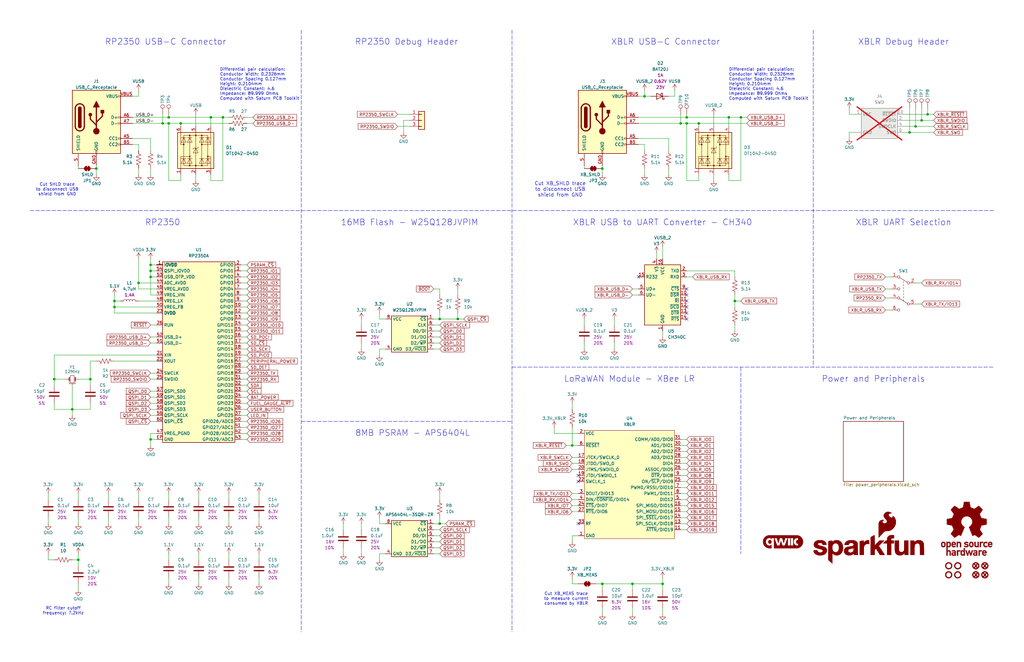
<source format=kicad_sch>
(kicad_sch (version 20231120) (generator "eeschema") (generator_version "8.0")
  (paper "USLedger")
  (title_block (title "SparkFun IoT Node - LoRaWAN") (date "2024-10-24") (rev "v10") (company "SparkFun") (comment 1 "Designed by: Dryw Wade"))
  (lib_symbols
    (symbol "SparkFun-Aesthetic:Fiducial_0.5mm"
      (symbol "Fiducial_0.5mm_1_1"
        (text "x" (at 0 0.254 0) (effects (font (size 2.5 2.5) (bold yes))))
      )
    )
    (symbol "SparkFun-Aesthetic:OSHW_Logo" (pin_names (offset 1.016)) (in_bom no))
    (symbol "SparkFun-Aesthetic:SparkFun_Logo" (pin_names (offset 1.016)) (on_board no))
    (symbol "SparkFun-Aesthetic:qwiic_Logo" (pin_names (offset 1.016)) (on_board no))
    (symbol "SparkFun-Capacitor:0.1uF_0603_25V_20%" (pin_numbers hide) (pin_names (offset 0.254))
      (property "Reference" "C" (at 0.635 2.54 0))
      (property "Value" "0.1uF" (at 0.635 -2.54 0))
      (property "Voltage" "25V" (at 0 -6.35 0))
      (property "Tolerance" "20%" (at 0 -8.89 0))
      (symbol "0.1uF_0603_25V_20%_1_1"
        (pin passive line (at 0 3.81 270) (length 2.794) (name "~") (number "1"))
        (pin passive line (at 0 -3.81 90) (length 2.794) (name "~") (number "2"))
      )
    )
    (symbol "SparkFun-Capacitor:1.0uF_0603_16V_10%" (pin_numbers hide) (pin_names (offset 0.254))
      (property "Reference" "C" (at 0.635 2.54 0))
      (property "Value" "1.0uF" (at 0.635 -2.54 0))
      (property "Voltage" "16V" (at 0 -6.35 0))
      (property "Tolerance" "10%" (at 0 -8.89 0))
      (symbol "1.0uF_0603_16V_10%_1_1"
        (pin passive line (at 0 3.81 270) (length 2.794) (name "~") (number "1"))
        (pin passive line (at 0 -3.81 90) (length 2.794) (name "~") (number "2"))
      )
    )
    (symbol "SparkFun-Capacitor:10pF_0603_50V_5%" (pin_numbers hide) (pin_names (offset 0.254))
      (property "Reference" "C" (at 0.635 2.54 0))
      (property "Value" "10pF" (at 0.635 -2.54 0))
      (property "Voltage" "50V" (at 0 -6.35 0))
      (property "Tolerance" "5%" (at 0 -8.89 0))
      (symbol "10pF_0603_50V_5%_1_1"
        (pin passive line (at 0 3.81 270) (length 2.794) (name "~") (number "1"))
        (pin passive line (at 0 -3.81 90) (length 2.794) (name "~") (number "2"))
      )
    )
    (symbol "SparkFun-Capacitor:10uF_0603_6.3V_20%" (pin_numbers hide) (pin_names (offset 0.254))
      (property "Reference" "C" (at 0.635 2.54 0))
      (property "Value" "10uF" (at 0.635 -2.54 0))
      (property "Voltage" "6.3V" (at 0 -6.35 0))
      (property "Tolerance" "20%" (at 0 -8.89 0))
      (symbol "10uF_0603_6.3V_20%_1_1"
        (pin passive line (at 0 3.81 270) (length 2.794) (name "~") (number "1"))
        (pin passive line (at 0 -3.81 90) (length 2.794) (name "~") (number "2"))
      )
    )
    (symbol "SparkFun-Capacitor:15pF_0603_50V_5%" (pin_numbers hide) (pin_names (offset 0.254))
      (property "Reference" "C" (at 0.635 2.54 0))
      (property "Value" "15pF" (at 0.635 -2.54 0))
      (property "Voltage" "50V" (at 0 -6.35 0))
      (property "Tolerance" "5%" (at 0 -8.89 0))
      (symbol "15pF_0603_50V_5%_1_1"
        (pin passive line (at 0 3.81 270) (length 2.794) (name "~") (number "1"))
        (pin passive line (at 0 -3.81 90) (length 2.794) (name "~") (number "2"))
      )
    )
    (symbol "SparkFun-Capacitor:2.2uF_0603_10V_20%" (pin_numbers hide) (pin_names (offset 0.254))
      (property "Reference" "C" (at 0.635 2.54 0))
      (property "Value" "2.2uF" (at 0.635 -2.54 0))
      (property "Voltage" "10V" (at 0 -6.35 0))
      (property "Tolerance" "20%" (at 0 -8.89 0))
      (symbol "2.2uF_0603_10V_20%_1_1"
        (pin passive line (at 0 3.81 270) (length 2.794) (name "~") (number "1"))
        (pin passive line (at 0 -3.81 90) (length 2.794) (name "~") (number "2"))
      )
    )
    (symbol "SparkFun-Clock:Crystal_12MHz_2.5x2.0mm" (pin_numbers hide) (pin_names (offset 1.016) hide)
      (property "Reference" "Y" (at 0 5.08 0))
      (property "Value" "12MHz" (at 0 3.175 0))
      (symbol "Crystal_12MHz_2.5x2.0mm_1_1"
        (pin passive line (at -2.54 0 0) (length 1.27) (name "1") (number "1"))
        (pin passive line (at 0 -2.54 90) (length 0.635) (name "2") (number "2"))
        (pin passive line (at 2.54 0 180) (length 1.27) (name "3") (number "3"))
        (pin passive line (at 0 -2.54 90) (length 0.635) hide (name "4") (number "4"))
      )
    )
    (symbol "SparkFun-Coil:4.7uH_1008_1.4A" (pin_numbers hide) (pin_names (offset 1.016) hide)
      (property "Reference" "L" (at 0 2.54 0))
      (property "Value" "4.7uH" (at 0 -1.27 0))
      (property "Current" "1.4A" (at 0 -3.81 0))
      (symbol "4.7uH_1008_1.4A_1_1"
        (pin passive line (at -3.81 0 0) (length 1.27) (name "1") (number "1"))
        (pin passive line (at 3.81 0 180) (length 1.27) (name "2") (number "2"))
      )
    )
    (symbol "SparkFun-Connector:Conn_01x03" (pin_names (offset 1.016) hide)
      (symbol "Conn_01x03_1_1"
        (pin passive line (at -5.08 2.54 0) (length 3.81) (name "Pin_1") (number "1"))
        (pin passive line (at -5.08 0 0) (length 3.81) (name "Pin_2") (number "2"))
        (pin passive line (at -5.08 -2.54 0) (length 3.81) (name "Pin_3") (number "3"))
      )
    )
    (symbol "SparkFun-Connector:Debug-Cortex-2x5_P1.27mm-SMD-Unshrouded"
      (property "Reference" "J" (at 0 8.89 0))
      (property "Value" "SWD" (at 0 -7.62 0))
      (symbol "Debug-Cortex-2x5_P1.27mm-SMD-Unshrouded_1_0"
        (pin power_in line (at -10.16 5.08 0) (length 2.54) (name "VCC") (number "1"))
        (pin open_collector line (at 10.16 5.08 180) (length 2.54) (name "~{RESET}") (number "10"))
        (pin bidirectional line (at 10.16 2.54 180) (length 2.54) (name "SWDIO") (number "2"))
        (pin power_in line (at -10.16 -2.54 0) (length 2.54) (name "GND") (number "3"))
        (pin output line (at 10.16 0 180) (length 2.54) (name "SWDCLK") (number "4"))
        (pin power_in line (at -10.16 -2.54 0) (length 2.54) hide (name "GND") (number "5"))
        (pin input line (at 10.16 -2.54 180) (length 2.54) (name "SWO") (number "6"))
        (pin input line (at -10.16 -2.54 0) (length 2.54) hide (name "GND") (number "9"))
      )
    )
    (symbol "SparkFun-Connector:TestPoint_1.0mm" (pin_numbers hide) (pin_names (offset 0.762) hide)
      (property "Reference" "TP" (at 0 5.08 0))
      (symbol "TestPoint_1.0mm_1_1"
        (pin passive line (at 0 0 90) (length 2.54) (name "1") (number "1"))
      )
    )
    (symbol "SparkFun-Connector:USB_C_Receptacle" (pin_names (offset 1.016))
      (property "Reference" "J" (at -10.16 12.7 0))
      (property "Value" "USB_C_Receptacle" (at 19.05 12.7 0))
      (symbol "USB_C_Receptacle_1_1"
        (pin bidirectional line (at 15.24 -8.89 180) (length 5.08) (name "CC1") (number "A5"))
        (pin bidirectional line (at 15.24 0 180) (length 5.08) (name "D+") (number "A6"))
        (pin bidirectional line (at 15.24 -2.54 180) (length 5.08) (name "D-") (number "A7"))
        (pin no_connect line (at 2.54 -15.24 90) (length 5.08) hide (name "NC") (number "A8"))
        (pin bidirectional line (at 15.24 -11.43 180) (length 5.08) (name "CC2") (number "B5"))
        (pin bidirectional line (at 15.24 0 180) (length 5.08) hide (name "D+") (number "B6"))
        (pin bidirectional line (at 15.24 -2.54 180) (length 5.08) hide (name "D-") (number "B7"))
        (pin no_connect line (at 3.81 -15.24 90) (length 5.08) hide (name "NC") (number "B8"))
        (pin passive line (at 0 -20.32 90) (length 5.08) (name "GND") (number "GND"))
        (pin no_connect line (at -5.08 -15.24 90) (length 5.08) hide (name "NC") (number "NC1"))
        (pin no_connect line (at -3.81 -15.24 90) (length 5.08) hide (name "NC") (number "NC2"))
        (pin no_connect line (at -2.54 -15.24 90) (length 5.08) hide (name "NC") (number "NC3"))
        (pin passive line (at -7.62 -20.32 90) (length 5.08) (name "SHIELD") (number "S"))
        (pin power_out line (at 15.24 8.89 180) (length 5.08) (name "VBUS") (number "VBUS"))
      )
    )
    (symbol "SparkFun-DiscreteSemi:D_Schottky_1A_23V_0.62V" (pin_numbers hide) (pin_names (offset 1.016) hide)
      (property "Reference" "D" (at 0 2.54 0))
      (property "Value" "BAT20J" (at 0 -3.81 0))
      (property "IMax" "1A" (at 0 -6.35 0))
      (property "VForward" "0.62V" (at 0 -8.89 0))
      (property "VReverse" "23V" (at 0 -11.43 0))
      (symbol "D_Schottky_1A_23V_0.62V_1_1"
        (pin passive line (at 3.81 0 180) (length 2.54) (name "A") (number "A"))
        (pin passive line (at -3.81 0 0) (length 2.54) (name "C") (number "C"))
      )
    )
    (symbol "SparkFun-DiscreteSemi:D_TVS_ESD_USB" (pin_names hide)
      (property "Reference" "D" (at -8.636 -2.794 90))
      (property "Value" "DT1042-04SO" (at 9.398 -8.382 90))
      (symbol "D_TVS_ESD_USB_1_1"
        (pin passive line (at -6.35 -11.43 90) (length 2.54) (name "I/O1") (number "1"))
        (pin passive line (at 0 -11.43 90) (length 2.54) (name "GND") (number "2"))
        (pin passive line (at 6.35 -11.43 90) (length 2.54) (name "I/O2") (number "3"))
        (pin passive line (at 6.35 8.89 270) (length 2.54) (name "I/O3") (number "4"))
        (pin passive line (at 0 8.89 270) (length 2.54) (name "VCC") (number "5"))
        (pin passive line (at -6.35 8.89 270) (length 2.54) (name "I/O4") (number "6"))
      )
    )
    (symbol "SparkFun-Hardware:Standoff")
    (symbol "SparkFun-IC-Comm:CH340C"
      (property "Reference" "U" (at 2.1941 -15.24 0))
      (property "Value" "CH340C" (at 2.1941 -17.78 0))
      (symbol "CH340C_1_1"
        (pin power_in line (at 0 -15.24 90) (length 2.54) (name "GND") (number "1"))
        (pin input line (at 10.16 0 180) (length 2.54) (name "~{DSR}") (number "10"))
        (pin input line (at 10.16 -2.54 180) (length 2.54) (name "~{RI}") (number "11"))
        (pin input line (at 10.16 -5.08 180) (length 2.54) (name "~{DCD}") (number "12"))
        (pin output line (at 10.16 -7.62 180) (length 2.54) (name "~{DTR}") (number "13"))
        (pin output line (at 10.16 -10.16 180) (length 2.54) (name "~{RTS}") (number "14"))
        (pin input line (at -10.16 7.62 0) (length 2.54) (name "R232") (number "15"))
        (pin power_in line (at 0 15.24 270) (length 2.54) (name "VCC") (number "16"))
        (pin output line (at 10.16 10.16 180) (length 2.54) (name "TXD") (number "2"))
        (pin input line (at 10.16 7.62 180) (length 2.54) (name "RXD") (number "3"))
        (pin passive line (at -2.54 15.24 270) (length 2.54) (name "V3") (number "4"))
        (pin bidirectional line (at -10.16 2.54 0) (length 2.54) (name "UD+") (number "5"))
        (pin bidirectional line (at -10.16 0 0) (length 2.54) (name "UD-") (number "6"))
        (pin no_connect line (at -7.62 -7.62 0) (length 2.54) hide (name "NC") (number "7"))
        (pin no_connect line (at -7.62 -10.16 0) (length 2.54) hide (name "NC") (number "8"))
        (pin input line (at 10.16 2.54 180) (length 2.54) (name "~{CTS}") (number "9"))
      )
    )
    (symbol "SparkFun-IC-Memory:APS6404L-3SQR-ZR"
      (property "Reference" "U" (at -6.35 10.16 0))
      (property "Value" "APS6404L-3SQR-ZR" (at 7.62 10.16 0))
      (symbol "APS6404L-3SQR-ZR_1_1"
        (pin input line (at 10.16 7.62 180) (length 2.54) (name "~{CS}") (number "1"))
        (pin bidirectional line (at 10.16 0 180) (length 2.54) (name "D1/DO") (number "2"))
        (pin bidirectional line (at 10.16 -2.54 180) (length 2.54) (name "D2/~{WP}") (number "3"))
        (pin power_in line (at -10.16 -5.08 0) (length 2.54) (name "GND") (number "4"))
        (pin bidirectional line (at 10.16 2.54 180) (length 2.54) (name "D0/DI") (number "5"))
        (pin input line (at 10.16 5.08 180) (length 2.54) (name "CLK") (number "6"))
        (pin bidirectional line (at 10.16 -5.08 180) (length 2.54) (name "D3/~{HOLD}") (number "7"))
        (pin power_in line (at -10.16 7.62 0) (length 2.54) (name "VCC") (number "8"))
        (pin power_in line (at -10.16 -5.08 0) (length 2.54) hide (name "GND") (number "9"))
      )
    )
    (symbol "SparkFun-IC-Memory:W25Q128JVPIM"
      (property "Reference" "U" (at -6.35 10.16 0))
      (property "Value" "W25Q128JVPIM" (at 7.62 10.16 0))
      (symbol "W25Q128JVPIM_1_1"
        (pin input line (at 10.16 7.62 180) (length 2.54) (name "~{CS}") (number "1"))
        (pin bidirectional line (at 10.16 0 180) (length 2.54) (name "D1/DO") (number "2"))
        (pin bidirectional line (at 10.16 -2.54 180) (length 2.54) (name "D2/~{WP}") (number "3"))
        (pin power_in line (at -10.16 -5.08 0) (length 2.54) (name "GND") (number "4"))
        (pin bidirectional line (at 10.16 2.54 180) (length 2.54) (name "D0/DI") (number "5"))
        (pin input line (at 10.16 5.08 180) (length 2.54) (name "CLK") (number "6"))
        (pin bidirectional line (at 10.16 -5.08 180) (length 2.54) (name "D3/~{HOLD}") (number "7"))
        (pin power_in line (at -10.16 7.62 0) (length 2.54) (name "VCC") (number "8"))
      )
    )
    (symbol "SparkFun-IC-Microcontroller:RP2350A"
      (property "Reference" "U" (at -15.24 40.64 0))
      (property "Value" "RP2350A" (at 0 40.64 0))
      (symbol "RP2350A_1_0"
        (pin power_in line (at -17.78 38.1 0) (length 2.54) (name "IOVDD") (number "1"))
        (pin bidirectional line (at 17.78 20.32 180) (length 2.54) (name "GPIO7") (number "10"))
        (pin power_in line (at -17.78 38.1 0) (length 2.54) (name "IOVDD") (number "11"))
        (pin bidirectional line (at 17.78 17.78 180) (length 2.54) (name "GPIO8") (number "12"))
        (pin bidirectional line (at 17.78 15.24 180) (length 2.54) (name "GPIO9") (number "13"))
        (pin bidirectional line (at 17.78 12.7 180) (length 2.54) (name "GPIO10") (number "14"))
        (pin bidirectional line (at 17.78 10.16 180) (length 2.54) (name "GPIO11") (number "15"))
        (pin bidirectional line (at 17.78 7.62 180) (length 2.54) (name "GPIO12") (number "16"))
        (pin bidirectional line (at 17.78 5.08 180) (length 2.54) (name "GPIO13") (number "17"))
        (pin bidirectional line (at 17.78 2.54 180) (length 2.54) (name "GPIO14") (number "18"))
        (pin bidirectional line (at 17.78 0 180) (length 2.54) (name "GPIO15") (number "19"))
        (pin bidirectional line (at 17.78 38.1 180) (length 2.54) (name "GPIO0") (number "2"))
        (pin power_in line (at -17.78 38.1 0) (length 2.54) (name "IOVDD") (number "20"))
        (pin input line (at -17.78 0 0) (length 2.54) (name "XIN") (number "21"))
        (pin output line (at -17.78 -2.54 0) (length 2.54) (name "XOUT") (number "22"))
        (pin power_in line (at -17.78 17.78 0) (length 2.54) (name "DVDD") (number "23"))
        (pin input line (at -17.78 -7.62 0) (length 2.54) (name "SWCLK") (number "24"))
        (pin bidirectional line (at -17.78 -10.16 0) (length 2.54) (name "SWDIO") (number "25"))
        (pin input line (at -17.78 12.7 0) (length 2.54) (name "RUN") (number "26"))
        (pin bidirectional line (at 17.78 -2.54 180) (length 2.54) (name "GPIO16") (number "27"))
        (pin bidirectional line (at 17.78 -5.08 180) (length 2.54) (name "GPIO17") (number "28"))
        (pin bidirectional line (at 17.78 -7.62 180) (length 2.54) (name "GPIO18") (number "29"))
        (pin bidirectional line (at 17.78 35.56 180) (length 2.54) (name "GPIO1") (number "3"))
        (pin power_in line (at -17.78 38.1 0) (length 2.54) (name "IOVDD") (number "30"))
        (pin bidirectional line (at 17.78 -10.16 180) (length 2.54) (name "GPIO19") (number "31"))
        (pin bidirectional line (at 17.78 -12.7 180) (length 2.54) (name "GPIO20") (number "32"))
        (pin bidirectional line (at 17.78 -15.24 180) (length 2.54) (name "GPIO21") (number "33"))
        (pin bidirectional line (at 17.78 -17.78 180) (length 2.54) (name "GPIO22") (number "34"))
        (pin bidirectional line (at 17.78 -20.32 180) (length 2.54) (name "GPIO23") (number "35"))
        (pin bidirectional line (at 17.78 -22.86 180) (length 2.54) (name "GPIO24") (number "36"))
        (pin bidirectional line (at 17.78 -25.4 180) (length 2.54) (name "GPIO25") (number "37"))
        (pin power_in line (at -17.78 38.1 0) (length 2.54) (name "IOVDD") (number "38"))
        (pin power_in line (at -17.78 17.78 0) (length 2.54) (name "DVDD") (number "39"))
        (pin bidirectional line (at 17.78 33.02 180) (length 2.54) (name "GPIO2") (number "4"))
        (pin bidirectional line (at 17.78 -27.94 180) (length 2.54) (name "GPIO26/ADC0") (number "40"))
        (pin bidirectional line (at 17.78 -30.48 180) (length 2.54) (name "GPIO27/ADC1") (number "41"))
        (pin bidirectional line (at 17.78 -33.02 180) (length 2.54) (name "GPIO28/ADC2") (number "42"))
        (pin bidirectional line (at 17.78 -35.56 180) (length 2.54) (name "GPIO29/ADC3") (number "43"))
        (pin power_in line (at -17.78 30.48 0) (length 2.54) (name "ADC_AVDD") (number "44"))
        (pin power_in line (at -17.78 38.1 0) (length 2.54) (name "IOVDD") (number "45"))
        (pin power_in line (at -17.78 27.94 0) (length 2.54) (name "VREG_AVDD") (number "46"))
        (pin power_in line (at -17.78 -33.02 0) (length 2.54) (name "VREG_PGND") (number "47"))
        (pin power_out line (at -17.78 22.86 0) (length 2.54) (name "VREG_LX") (number "48"))
        (pin power_in line (at -17.78 25.4 0) (length 2.54) (name "VREG_VIN") (number "49"))
        (pin bidirectional line (at 17.78 30.48 180) (length 2.54) (name "GPIO3") (number "5"))
        (pin power_in line (at -17.78 20.32 0) (length 2.54) (name "VREG_FB") (number "50"))
        (pin bidirectional line (at -17.78 5.08 0) (length 2.54) (name "USB_D-") (number "51"))
        (pin bidirectional line (at -17.78 7.62 0) (length 2.54) (name "USB_D+") (number "52"))
        (pin power_in line (at -17.78 33.02 0) (length 2.54) (name "USB_OTP_VDD") (number "53"))
        (pin power_in line (at -17.78 35.56 0) (length 2.54) (name "QSPI_IOVDD") (number "54"))
        (pin bidirectional line (at -17.78 -22.86 0) (length 2.54) (name "QSPI_SD3") (number "55"))
        (pin output line (at -17.78 -25.4 0) (length 2.54) (name "QSPI_SCLK") (number "56"))
        (pin bidirectional line (at -17.78 -15.24 0) (length 2.54) (name "QSPI_SD0") (number "57"))
        (pin bidirectional line (at -17.78 -20.32 0) (length 2.54) (name "QSPI_SD2") (number "58"))
        (pin bidirectional line (at -17.78 -17.78 0) (length 2.54) (name "QSPI_SD1") (number "59"))
        (pin power_in line (at -17.78 17.78 0) (length 2.54) (name "DVDD") (number "6"))
        (pin output line (at -17.78 -27.94 0) (length 2.54) (name "QSPI_~{CS}") (number "60"))
        (pin bidirectional line (at 17.78 27.94 180) (length 2.54) (name "GPIO4") (number "7"))
        (pin bidirectional line (at 17.78 25.4 180) (length 2.54) (name "GPIO5") (number "8"))
        (pin bidirectional line (at 17.78 22.86 180) (length 2.54) (name "GPIO6") (number "9"))
        (pin power_in line (at -17.78 -35.56 0) (length 2.54) (name "GND") (number "EP"))
      )
    )
    (symbol "SparkFun-Jumper:Jumper_Measure" (pin_numbers hide) (pin_names (offset 0) hide)
      (property "Reference" "JP" (at 0 2.032 0))
      (property "Value" "Measure" (at 0 -2.54 0))
      (symbol "Jumper_Measure_1_1"
        (pin passive line (at -3.81 0 0) (length 2.54) (name "A") (number "1"))
        (pin passive line (at 3.81 0 180) (length 2.54) (name "B") (number "2"))
      )
    )
    (symbol "SparkFun-Jumper:SolderJumper_2_Bridged" (pin_numbers hide) (pin_names (offset 0) hide)
      (property "Reference" "JP" (at 0 2.032 0))
      (property "Value" "~" (at 0 -2.54 0))
      (symbol "SolderJumper_2_Bridged_1_1"
        (pin passive line (at -3.81 0 0) (length 2.54) (name "A") (number "1"))
        (pin passive line (at 3.81 0 180) (length 2.54) (name "B") (number "2"))
      )
    )
    (symbol "SparkFun-PowerSymbol:1.1V" (power) (pin_names (offset 0))
      (property "Value" "1.1V" (at 0 3.81 0))
      (symbol "1.1V_1_1"
        (pin power_in line (at 0 0 90) (length 0) hide (name "1.1V") (number "1"))
      )
    )
    (symbol "SparkFun-PowerSymbol:3.3V" (power) (pin_names (offset 0))
      (property "Value" "3.3V" (at 0 3.81 0))
      (symbol "3.3V_1_1"
        (pin power_in line (at 0 0 90) (length 0) hide (name "3.3V") (number "1"))
      )
    )
    (symbol "SparkFun-PowerSymbol:GND" (power) (pin_names (offset 0))
      (property "Value" "GND" (at 0 -3.81 0))
      (symbol "GND_1_1"
        (pin power_in line (at 0 0 270) (length 0) hide (name "GND") (number "1"))
      )
    )
    (symbol "SparkFun-PowerSymbol:VDDA" (power) (pin_names (offset 0))
      (property "Value" "VDDA" (at 0 3.81 0))
      (symbol "VDDA_1_1"
        (pin power_in line (at 0 0 90) (length 0) hide (name "VDDA") (number "1"))
      )
    )
    (symbol "SparkFun-PowerSymbol:VUSB" (power) (pin_names (offset 0))
      (property "Value" "VUSB" (at 0 3.81 0))
      (symbol "VUSB_1_1"
        (pin power_in line (at 0 0 90) (length 0) hide (name "VUSB") (number "1"))
      )
    )
    (symbol "SparkFun-Resistor:10_0603" (pin_numbers hide) (pin_names (offset 0))
      (property "Reference" "R" (at 0 -2.54 0))
      (property "Value" "10" (at 0 2.54 0))
      (symbol "10_0603_1_1"
        (pin passive line (at 3.81 0 180) (length 1.27) (name "~") (number "1"))
        (pin passive line (at -3.81 0 0) (length 1.27) (name "~") (number "2"))
      )
    )
    (symbol "SparkFun-Resistor:10k_0603" (pin_numbers hide) (pin_names (offset 0))
      (property "Reference" "R" (at 0 -2.54 0))
      (property "Value" "10k" (at 0 2.54 0))
      (symbol "10k_0603_1_1"
        (pin passive line (at 3.81 0 180) (length 1.27) (name "~") (number "1"))
        (pin passive line (at -3.81 0 0) (length 1.27) (name "~") (number "2"))
      )
    )
    (symbol "SparkFun-Resistor:1k_0603" (pin_numbers hide) (pin_names (offset 0))
      (property "Reference" "R" (at 0 -2.54 0))
      (property "Value" "1k" (at 0 2.54 0))
      (symbol "1k_0603_1_1"
        (pin passive line (at 3.81 0 180) (length 1.27) (name "~") (number "1"))
        (pin passive line (at -3.81 0 0) (length 1.27) (name "~") (number "2"))
      )
    )
    (symbol "SparkFun-Resistor:27_0603" (pin_numbers hide) (pin_names (offset 0))
      (property "Reference" "R" (at 0 -2.54 0))
      (property "Value" "27" (at 0 2.54 0))
      (symbol "27_0603_1_1"
        (pin passive line (at 3.81 0 180) (length 1.27) (name "~") (number "1"))
        (pin passive line (at -3.81 0 0) (length 1.27) (name "~") (number "2"))
      )
    )
    (symbol "SparkFun-Resistor:5.1k_0603" (pin_numbers hide) (pin_names (offset 0))
      (property "Reference" "R" (at 0 -2.54 0))
      (property "Value" "5.1k" (at 0 2.54 0))
      (symbol "5.1k_0603_1_1"
        (pin passive line (at 3.81 0 180) (length 1.27) (name "~") (number "1"))
        (pin passive line (at -3.81 0 0) (length 1.27) (name "~") (number "2"))
      )
    )
    (symbol "SparkFun-Switch:DPDT_Slide_SMD_7.2x3.5mm" (pin_names (offset 0) hide)
      (property "Reference" "SW" (at 0 4.318 0))
      (property "Value" "DPDT_Slide_SMD_7.2x3.5mm" (at 0 -13.97 0))
      (symbol "DPDT_Slide_SMD_7.2x3.5mm_1_1"
        (pin passive line (at 5.08 2.54 180) (length 2.54) (name "A") (number "1"))
        (pin passive line (at -5.08 0 0) (length 2.54) (name "B") (number "2"))
        (pin passive line (at 5.08 -2.54 180) (length 2.54) (name "C") (number "3"))
        (pin passive line (at 5.08 -6.35 180) (length 2.54) (name "A") (number "4"))
        (pin passive line (at -5.08 -8.89 0) (length 2.54) (name "B") (number "5"))
        (pin passive line (at 5.08 -11.43 180) (length 2.54) (name "C") (number "6"))
      )
    )
    (symbol "SparkFun_IoT_Node_LoRaWAN:XBee_LR"
      (property "Reference" "U" (at -19.05 24.13 0))
      (property "Value" "XBLR" (at 0 24.13 0))
      (symbol "XBee_LR_1_1"
        (pin power_in line (at -21.59 -21.59 0) (length 2.54) (name "GND") (number "1"))
        (pin power_in line (at -21.59 -21.59 0) (length 2.54) hide (name "GND") (number "10"))
        (pin bidirectional line (at 21.59 -19.05 180) (length 2.54) (name "~{ATTN}/DIO19") (number "11"))
        (pin power_in line (at -21.59 -21.59 0) (length 2.54) hide (name "GND") (number "12"))
        (pin bidirectional line (at 21.59 -16.51 180) (length 2.54) (name "SPI_SCLK/DIO18") (number "13"))
        (pin bidirectional line (at 21.59 -13.97 180) (length 2.54) (name "SPI_~{SSEL}/DIO17") (number "14"))
        (pin bidirectional line (at 21.59 -11.43 180) (length 2.54) (name "SPI_MOSI/DIO16") (number "15"))
        (pin bidirectional line (at 21.59 -8.89 180) (length 2.54) (name "SPI_MISO/DIO15") (number "16"))
        (pin input line (at -21.59 11.43 0) (length 2.54) (name "JTCK/SWCLK_0") (number "17"))
        (pin output line (at -21.59 8.89 0) (length 2.54) (name "JTDO/SWO_0") (number "18"))
        (pin bidirectional line (at -21.59 3.81 0) (length 2.54) (name "JTDI/SWDIO_1") (number "19"))
        (pin power_in line (at -21.59 21.59 0) (length 2.54) (name "VCC") (number "2"))
        (pin bidirectional line (at -21.59 6.35 0) (length 2.54) (name "JTMS/SWDIO_0") (number "20"))
        (pin power_in line (at -21.59 -21.59 0) (length 2.54) hide (name "GND") (number "21"))
        (pin input line (at -21.59 1.27 0) (length 2.54) (name "SWCLK_1") (number "22"))
        (pin bidirectional line (at 21.59 8.89 180) (length 2.54) (name "DIO4") (number "23"))
        (pin bidirectional line (at -21.59 -8.89 0) (length 2.54) (name "~{CTS}/DIO7") (number "24"))
        (pin bidirectional line (at 21.59 1.27 180) (length 2.54) (name "ON/~{SLP}/DIO9") (number "25"))
        (pin bidirectional line (at 21.59 6.35 180) (length 2.54) (name "ASSOC/DIO5") (number "26"))
        (pin bidirectional line (at -21.59 -11.43 0) (length 2.54) (name "~{RTS}/DIO6") (number "27"))
        (pin bidirectional line (at 21.59 11.43 180) (length 2.54) (name "AD3/DIO3") (number "28"))
        (pin bidirectional line (at 21.59 13.97 180) (length 2.54) (name "AD2/DIO2") (number "29"))
        (pin bidirectional line (at -21.59 -3.81 0) (length 2.54) (name "DOUT/DIO13") (number "3"))
        (pin bidirectional line (at 21.59 16.51 180) (length 2.54) (name "AD1/DIO1") (number "30"))
        (pin bidirectional line (at 21.59 19.05 180) (length 2.54) (name "COMM/AD0/DIO0") (number "31"))
        (pin power_in line (at -21.59 -21.59 0) (length 2.54) hide (name "GND") (number "32"))
        (pin bidirectional line (at -21.59 -16.51 0) (length 2.54) (name "RF") (number "33"))
        (pin power_in line (at -21.59 -21.59 0) (length 2.54) hide (name "GND") (number "34"))
        (pin bidirectional line (at -21.59 -6.35 0) (length 2.54) (name "DIN/~{CONFIG}/DIO14") (number "4"))
        (pin bidirectional line (at 21.59 -6.35 180) (length 2.54) (name "DIO12") (number "5"))
        (pin input line (at -21.59 16.51 0) (length 2.54) (name "~{RESET}") (number "6"))
        (pin bidirectional line (at 21.59 -1.27 180) (length 2.54) (name "PWM0/RSSI/DIO10") (number "7"))
        (pin bidirectional line (at 21.59 -3.81 180) (length 2.54) (name "PWM1/DIO11") (number "8"))
        (pin bidirectional line (at 21.59 3.81 180) (length 2.54) (name "~{DTR}/DIO8") (number "9"))
      )
    )
  )
  (junction (at 279.4 246.38))
  (junction (at 289.56 52.07))
  (junction (at 266.7 246.38))
  (junction (at 241.3 187.96))
  (junction (at 254 246.38))
  (junction (at 63.5 114.3))
  (junction (at 309.88 127))
  (junction (at 38.1 160.02))
  (junction (at 386.08 53.34))
  (junction (at 312.42 49.53))
  (junction (at 93.98 49.53))
  (junction (at 48.26 127))
  (junction (at 76.2 52.07))
  (junction (at 71.12 49.53))
  (junction (at 294.64 52.07))
  (junction (at 388.62 50.8))
  (junction (at 271.78 40.64))
  (junction (at 33.02 236.22))
  (junction (at 307.34 49.53))
  (junction (at 391.16 48.26))
  (junction (at 58.42 119.38))
  (junction (at 185.42 220.98))
  (junction (at 40.64 71.12))
  (junction (at 48.26 129.54))
  (junction (at 22.86 160.02))
  (junction (at 383.54 55.88))
  (junction (at 289.56 49.53))
  (junction (at 71.12 52.07))
  (junction (at 63.5 185.42))
  (junction (at 287.02 52.07))
  (junction (at 185.42 134.62))
  (junction (at 193.04 134.62))
  (junction (at 254 71.12))
  (junction (at 88.9 49.53))
  (junction (at 30.48 172.72))
  (junction (at 63.5 116.84))
  (junction (at 68.58 52.07))
  (junction (at 63.5 111.76))
  (no_connect (at 289.56 132.08))
  (no_connect (at 269.24 116.84))
  (no_connect (at 289.56 134.62))
  (no_connect (at 243.84 220.98))
  (no_connect (at 289.56 129.54))
  (no_connect (at 243.84 203.2))
  (no_connect (at 243.84 200.66))
  (no_connect (at 289.56 127))
  (no_connect (at 289.56 121.92))
  (no_connect (at 289.56 124.46))
  (wire (pts (xy 287.02 52.07) (xy 289.56 52.07)))
  (wire (pts (xy 83.82 243.84) (xy 83.82 246.38)))
  (wire (pts (xy 170.18 50.8) (xy 170.18 55.88)))
  (wire (pts (xy 106.68 49.53) (xy 104.14 49.53)))
  (wire (pts (xy 88.9 49.53) (xy 93.98 49.53)))
  (wire (pts (xy 48.26 152.4) (xy 66.04 152.4)))
  (wire (pts (xy 58.42 127) (xy 66.04 127)))
  (wire (pts (xy 289.56 223.52) (xy 287.02 223.52)))
  (wire (pts (xy 38.1 172.72) (xy 38.1 170.18)))
  (wire (pts (xy 292.1 116.84) (xy 289.56 116.84)))
  (wire (pts (xy 66.04 114.3) (xy 63.5 114.3)))
  (wire (pts (xy 71.12 52.07) (xy 76.2 52.07)))
  (wire (pts (xy 38.1 160.02) (xy 38.1 162.56)))
  (wire (pts (xy 55.88 60.96) (xy 58.42 60.96)))
  (wire (pts (xy 22.86 172.72) (xy 30.48 172.72)))
  (wire (pts (xy 63.5 160.02) (xy 66.04 160.02)))
  (wire (pts (xy 289.56 48.26) (xy 289.56 49.53)))
  (wire (pts (xy 185.42 121.92) (xy 185.42 124.46)))
  (wire (pts (xy 58.42 71.12) (xy 58.42 73.66)))
  (wire (pts (xy 152.4 144.78) (xy 152.4 147.32)))
  (wire (pts (xy 271.78 60.96) (xy 271.78 63.5)))
  (wire (pts (xy 33.02 208.28) (xy 33.02 210.82)))
  (wire (pts (xy 106.68 52.07) (xy 104.14 52.07)))
  (polyline (pts (xy 215.9 12.7) (xy 215.9 266.7)) (stroke (width 0) (type dash)))
  (wire (pts (xy 63.5 71.12) (xy 63.5 73.66)))
  (wire (pts (xy 259.08 134.62) (xy 259.08 137.16)))
  (wire (pts (xy 104.14 144.78) (xy 101.6 144.78)))
  (wire (pts (xy 58.42 119.38) (xy 66.04 119.38)))
  (wire (pts (xy 71.12 52.07) (xy 71.12 76.2)))
  (wire (pts (xy 289.56 187.96) (xy 287.02 187.96)))
  (wire (pts (xy 284.48 40.64) (xy 284.48 38.1)))
  (wire (pts (xy 381 48.26) (xy 391.16 48.26)))
  (wire (pts (xy 289.56 52.07) (xy 289.56 76.2)))
  (wire (pts (xy 383.54 55.88) (xy 381 55.88)))
  (wire (pts (xy 22.86 160.02) (xy 22.86 162.56)))
  (wire (pts (xy 241.3 180.34) (xy 241.3 187.96)))
  (wire (pts (xy 254 71.12) (xy 254 73.66)))
  (wire (pts (xy 104.14 142.24) (xy 101.6 142.24)))
  (wire (pts (xy 96.52 233.68) (xy 96.52 236.22)))
  (wire (pts (xy 167.64 48.26) (xy 172.72 48.26)))
  (wire (pts (xy 104.14 129.54) (xy 101.6 129.54)))
  (wire (pts (xy 386.08 45.72) (xy 386.08 53.34)))
  (wire (pts (xy 66.04 116.84) (xy 63.5 116.84)))
  (wire (pts (xy 109.22 208.28) (xy 109.22 210.82)))
  (wire (pts (xy 160.02 147.32) (xy 160.02 149.86)))
  (wire (pts (xy 162.56 220.98) (xy 160.02 220.98)))
  (wire (pts (xy 104.14 165.1) (xy 101.6 165.1)))
  (wire (pts (xy 30.48 236.22) (xy 33.02 236.22)))
  (wire (pts (xy 45.72 208.28) (xy 45.72 210.82)))
  (wire (pts (xy 373.38 125.73) (xy 375.92 125.73)))
  (wire (pts (xy 373.38 130.81) (xy 375.92 130.81)))
  (wire (pts (xy 241.3 208.28) (xy 243.84 208.28)))
  (wire (pts (xy 71.12 208.28) (xy 71.12 210.82)))
  (wire (pts (xy 66.04 111.76) (xy 63.5 111.76)))
  (wire (pts (xy 241.3 210.82) (xy 243.84 210.82)))
  (wire (pts (xy 104.14 116.84) (xy 101.6 116.84)))
  (wire (pts (xy 269.24 52.07) (xy 287.02 52.07)))
  (wire (pts (xy 22.86 160.02) (xy 27.94 160.02)))
  (wire (pts (xy 152.4 134.62) (xy 152.4 137.16)))
  (wire (pts (xy 172.72 50.8) (xy 170.18 50.8)))
  (wire (pts (xy 185.42 132.08) (xy 185.42 134.62)))
  (wire (pts (xy 63.5 165.1) (xy 66.04 165.1)))
  (wire (pts (xy 63.5 172.72) (xy 66.04 172.72)))
  (wire (pts (xy 254 259.08) (xy 254 256.54)))
  (wire (pts (xy 20.32 218.44) (xy 20.32 220.98)))
  (wire (pts (xy 20.32 236.22) (xy 20.32 233.68)))
  (wire (pts (xy 193.04 132.08) (xy 193.04 134.62)))
  (wire (pts (xy 185.42 220.98) (xy 182.88 220.98)))
  (wire (pts (xy 241.3 170.18) (xy 241.3 172.72)))
  (wire (pts (xy 144.78 231.14) (xy 144.78 233.68)))
  (wire (pts (xy 71.12 48.26) (xy 71.12 49.53)))
  (wire (pts (xy 289.56 210.82) (xy 287.02 210.82)))
  (wire (pts (xy 93.98 49.53) (xy 96.52 49.53)))
  (wire (pts (xy 20.32 208.28) (xy 20.32 210.82)))
  (wire (pts (xy 185.42 208.28) (xy 185.42 210.82)))
  (wire (pts (xy 66.04 185.42) (xy 63.5 185.42)))
  (wire (pts (xy 58.42 60.96) (xy 58.42 63.5)))
  (wire (pts (xy 71.12 243.84) (xy 71.12 246.38)))
  (wire (pts (xy 393.7 50.8) (xy 388.62 50.8)))
  (wire (pts (xy 246.38 144.78) (xy 246.38 147.32)))
  (wire (pts (xy 160.02 134.62) (xy 160.02 132.08)))
  (wire (pts (xy 294.64 52.07) (xy 314.96 52.07)))
  (wire (pts (xy 63.5 114.3) (xy 63.5 111.76)))
  (wire (pts (xy 68.58 48.26) (xy 68.58 52.07)))
  (wire (pts (xy 160.02 233.68) (xy 160.02 236.22)))
  (wire (pts (xy 48.26 127) (xy 48.26 129.54)))
  (wire (pts (xy 289.56 220.98) (xy 287.02 220.98)))
  (wire (pts (xy 71.12 49.53) (xy 88.9 49.53)))
  (wire (pts (xy 30.48 172.72) (xy 30.48 175.26)))
  (wire (pts (xy 33.02 160.02) (xy 38.1 160.02)))
  (wire (pts (xy 104.14 137.16) (xy 101.6 137.16)))
  (wire (pts (xy 241.3 213.36) (xy 243.84 213.36)))
  (wire (pts (xy 307.34 76.2) (xy 307.34 73.66)))
  (wire (pts (xy 104.14 134.62) (xy 101.6 134.62)))
  (wire (pts (xy 294.64 73.66) (xy 294.64 76.2)))
  (wire (pts (xy 55.88 52.07) (xy 68.58 52.07)))
  (wire (pts (xy 63.5 137.16) (xy 66.04 137.16)))
  (wire (pts (xy 266.7 248.92) (xy 266.7 246.38)))
  (wire (pts (xy 307.34 49.53) (xy 307.34 53.34)))
  (wire (pts (xy 388.62 45.72) (xy 388.62 50.8)))
  (wire (pts (xy 38.1 152.4) (xy 38.1 160.02)))
  (wire (pts (xy 104.14 157.48) (xy 101.6 157.48)))
  (wire (pts (xy 289.56 185.42) (xy 287.02 185.42)))
  (wire (pts (xy 63.5 58.42) (xy 63.5 63.5)))
  (wire (pts (xy 152.4 231.14) (xy 152.4 233.68)))
  (wire (pts (xy 88.9 49.53) (xy 88.9 53.34)))
  (wire (pts (xy 88.9 76.2) (xy 88.9 73.66)))
  (wire (pts (xy 63.5 170.18) (xy 66.04 170.18)))
  (wire (pts (xy 243.84 182.88) (xy 233.68 182.88)))
  (wire (pts (xy 82.55 73.66) (xy 82.55 76.2)))
  (wire (pts (xy 386.08 53.34) (xy 381 53.34)))
  (wire (pts (xy 391.16 45.72) (xy 391.16 48.26)))
  (wire (pts (xy 266.7 259.08) (xy 266.7 256.54)))
  (wire (pts (xy 393.7 53.34) (xy 386.08 53.34)))
  (wire (pts (xy 358.14 55.88) (xy 358.14 58.42)))
  (wire (pts (xy 185.42 218.44) (xy 185.42 220.98)))
  (wire (pts (xy 71.12 218.44) (xy 71.12 220.98)))
  (wire (pts (xy 388.62 119.38) (xy 386.08 119.38)))
  (wire (pts (xy 63.5 116.84) (xy 63.5 114.3)))
  (wire (pts (xy 33.02 218.44) (xy 33.02 220.98)))
  (wire (pts (xy 104.14 185.42) (xy 101.6 185.42)))
  (wire (pts (xy 271.78 40.64) (xy 274.32 40.64)))
  (wire (pts (xy 254 246.38) (xy 266.7 246.38)))
  (wire (pts (xy 33.02 233.68) (xy 33.02 236.22)))
  (wire (pts (xy 266.7 246.38) (xy 279.4 246.38)))
  (wire (pts (xy 40.64 71.12) (xy 40.64 73.66)))
  (wire (pts (xy 104.14 160.02) (xy 101.6 160.02)))
  (wire (pts (xy 96.52 208.28) (xy 96.52 210.82)))
  (wire (pts (xy 269.24 40.64) (xy 271.78 40.64)))
  (wire (pts (xy 287.02 48.26) (xy 287.02 52.07)))
  (wire (pts (xy 55.88 40.64) (xy 58.42 40.64)))
  (wire (pts (xy 58.42 121.92) (xy 58.42 119.38)))
  (wire (pts (xy 104.14 182.88) (xy 101.6 182.88)))
  (wire (pts (xy 309.88 137.16) (xy 309.88 139.7)))
  (wire (pts (xy 71.12 233.68) (xy 71.12 236.22)))
  (wire (pts (xy 22.86 149.86) (xy 22.86 160.02)))
  (wire (pts (xy 58.42 119.38) (xy 58.42 109.22)))
  (wire (pts (xy 185.42 233.68) (xy 182.88 233.68)))
  (wire (pts (xy 383.54 45.72) (xy 383.54 55.88)))
  (wire (pts (xy 269.24 124.46) (xy 266.7 124.46)))
  (wire (pts (xy 289.56 213.36) (xy 287.02 213.36)))
  (wire (pts (xy 63.5 167.64) (xy 66.04 167.64)))
  (wire (pts (xy 88.9 76.2) (xy 93.98 76.2)))
  (wire (pts (xy 152.4 220.98) (xy 152.4 223.52)))
  (wire (pts (xy 104.14 149.86) (xy 101.6 149.86)))
  (wire (pts (xy 312.42 127) (xy 309.88 127)))
  (wire (pts (xy 289.56 205.74) (xy 287.02 205.74)))
  (wire (pts (xy 271.78 40.64) (xy 271.78 38.1)))
  (wire (pts (xy 281.94 71.12) (xy 281.94 73.66)))
  (wire (pts (xy 182.88 121.92) (xy 185.42 121.92)))
  (wire (pts (xy 48.26 129.54) (xy 66.04 129.54)))
  (wire (pts (xy 109.22 218.44) (xy 109.22 220.98)))
  (wire (pts (xy 83.82 218.44) (xy 83.82 220.98)))
  (wire (pts (xy 93.98 49.53) (xy 93.98 76.2)))
  (wire (pts (xy 393.7 55.88) (xy 383.54 55.88)))
  (wire (pts (xy 289.56 208.28) (xy 287.02 208.28)))
  (wire (pts (xy 251.46 246.38) (xy 254 246.38)))
  (polyline (pts (xy 127 12.7) (xy 127 266.7)) (stroke (width 0) (type dash)))
  (wire (pts (xy 104.14 121.92) (xy 101.6 121.92)))
  (wire (pts (xy 63.5 144.78) (xy 66.04 144.78)))
  (wire (pts (xy 104.14 152.4) (xy 101.6 152.4)))
  (wire (pts (xy 40.64 69.85) (xy 40.64 71.12)))
  (wire (pts (xy 104.14 127) (xy 101.6 127)))
  (wire (pts (xy 289.56 200.66) (xy 287.02 200.66)))
  (polyline (pts (xy 342.9 12.7) (xy 342.9 154.94)) (stroke (width 0) (type dash)))
  (wire (pts (xy 48.26 124.46) (xy 48.26 127)))
  (wire (pts (xy 294.64 76.2) (xy 289.56 76.2)))
  (wire (pts (xy 104.14 167.64) (xy 101.6 167.64)))
  (wire (pts (xy 391.16 48.26) (xy 393.7 48.26)))
  (wire (pts (xy 241.3 226.06) (xy 241.3 228.6)))
  (wire (pts (xy 289.56 195.58) (xy 287.02 195.58)))
  (wire (pts (xy 50.8 127) (xy 48.26 127)))
  (wire (pts (xy 309.88 116.84) (xy 309.88 114.3)))
  (wire (pts (xy 307.34 76.2) (xy 312.42 76.2)))
  (wire (pts (xy 66.04 124.46) (xy 63.5 124.46)))
  (wire (pts (xy 96.52 243.84) (xy 96.52 246.38)))
  (wire (pts (xy 76.2 76.2) (xy 71.12 76.2)))
  (wire (pts (xy 269.24 121.92) (xy 266.7 121.92)))
  (wire (pts (xy 289.56 190.5) (xy 287.02 190.5)))
  (wire (pts (xy 33.02 69.85) (xy 33.02 71.12)))
  (wire (pts (xy 58.42 218.44) (xy 58.42 220.98)))
  (wire (pts (xy 279.4 243.84) (xy 279.4 246.38)))
  (wire (pts (xy 241.3 187.96) (xy 243.84 187.96)))
  (wire (pts (xy 33.02 236.22) (xy 33.02 238.76)))
  (wire (pts (xy 63.5 185.42) (xy 63.5 187.96)))
  (wire (pts (xy 259.08 144.78) (xy 259.08 147.32)))
  (wire (pts (xy 104.14 139.7) (xy 101.6 139.7)))
  (wire (pts (xy 269.24 49.53) (xy 289.56 49.53)))
  (wire (pts (xy 276.86 106.68) (xy 276.86 109.22)))
  (wire (pts (xy 300.99 48.26) (xy 300.99 53.34)))
  (wire (pts (xy 66.04 121.92) (xy 58.42 121.92)))
  (wire (pts (xy 241.3 198.12) (xy 243.84 198.12)))
  (wire (pts (xy 254 248.92) (xy 254 246.38)))
  (wire (pts (xy 104.14 132.08) (xy 101.6 132.08)))
  (wire (pts (xy 63.5 177.8) (xy 66.04 177.8)))
  (wire (pts (xy 281.94 40.64) (xy 284.48 40.64)))
  (wire (pts (xy 45.72 218.44) (xy 45.72 220.98)))
  (polyline (pts (xy 215.9 154.94) (xy 419.1 154.94)) (stroke (width 0) (type dash)))
  (wire (pts (xy 279.4 259.08) (xy 279.4 256.54)))
  (wire (pts (xy 22.86 149.86) (xy 66.04 149.86)))
  (wire (pts (xy 82.55 48.26) (xy 82.55 53.34)))
  (wire (pts (xy 360.68 55.88) (xy 358.14 55.88)))
  (wire (pts (xy 162.56 134.62) (xy 160.02 134.62)))
  (wire (pts (xy 281.94 58.42) (xy 281.94 63.5)))
  (wire (pts (xy 388.62 128.27) (xy 386.08 128.27)))
  (wire (pts (xy 185.42 226.06) (xy 182.88 226.06)))
  (wire (pts (xy 48.26 132.08) (xy 48.26 129.54)))
  (wire (pts (xy 193.04 121.92) (xy 193.04 124.46)))
  (wire (pts (xy 63.5 124.46) (xy 63.5 116.84)))
  (wire (pts (xy 246.38 69.85) (xy 246.38 71.12)))
  (wire (pts (xy 63.5 142.24) (xy 66.04 142.24)))
  (wire (pts (xy 96.52 218.44) (xy 96.52 220.98)))
  (wire (pts (xy 309.88 114.3) (xy 289.56 114.3)))
  (wire (pts (xy 104.14 154.94) (xy 101.6 154.94)))
  (wire (pts (xy 63.5 157.48) (xy 66.04 157.48)))
  (wire (pts (xy 162.56 233.68) (xy 160.02 233.68)))
  (wire (pts (xy 312.42 49.53) (xy 314.96 49.53)))
  (wire (pts (xy 185.42 139.7) (xy 182.88 139.7)))
  (wire (pts (xy 76.2 52.07) (xy 96.52 52.07)))
  (wire (pts (xy 160.02 220.98) (xy 160.02 218.44)))
  (wire (pts (xy 373.38 116.84) (xy 375.92 116.84)))
  (wire (pts (xy 269.24 60.96) (xy 271.78 60.96)))
  (wire (pts (xy 185.42 231.14) (xy 182.88 231.14)))
  (wire (pts (xy 289.56 52.07) (xy 294.64 52.07)))
  (polyline (pts (xy 312.42 154.94) (xy 312.42 233.68)) (stroke (width 0) (type dash)))
  (wire (pts (xy 63.5 182.88) (xy 63.5 185.42)))
  (wire (pts (xy 76.2 52.07) (xy 76.2 53.34)))
  (wire (pts (xy 104.14 162.56) (xy 101.6 162.56)))
  (wire (pts (xy 185.42 144.78) (xy 182.88 144.78)))
  (wire (pts (xy 233.68 182.88) (xy 233.68 180.34)))
  (wire (pts (xy 22.86 170.18) (xy 22.86 172.72)))
  (wire (pts (xy 104.14 170.18) (xy 101.6 170.18)))
  (wire (pts (xy 55.88 49.53) (xy 71.12 49.53)))
  (wire (pts (xy 185.42 147.32) (xy 182.88 147.32)))
  (wire (pts (xy 30.48 172.72) (xy 38.1 172.72)))
  (polyline (pts (xy 127 177.8) (xy 215.9 177.8)) (stroke (width 0) (type dash)))
  (wire (pts (xy 358.14 48.26) (xy 358.14 45.72)))
  (wire (pts (xy 185.42 134.62) (xy 182.88 134.62)))
  (wire (pts (xy 76.2 73.66) (xy 76.2 76.2)))
  (wire (pts (xy 289.56 203.2) (xy 287.02 203.2)))
  (wire (pts (xy 63.5 111.76) (xy 63.5 109.22)))
  (wire (pts (xy 63.5 175.26) (xy 66.04 175.26)))
  (wire (pts (xy 167.64 53.34) (xy 172.72 53.34)))
  (wire (pts (xy 185.42 228.6) (xy 182.88 228.6)))
  (wire (pts (xy 185.42 142.24) (xy 182.88 142.24)))
  (wire (pts (xy 279.4 142.24) (xy 279.4 139.7)))
  (wire (pts (xy 83.82 233.68) (xy 83.82 236.22)))
  (wire (pts (xy 300.99 73.66) (xy 300.99 76.2)))
  (wire (pts (xy 83.82 208.28) (xy 83.82 210.82)))
  (wire (pts (xy 312.42 49.53) (xy 312.42 76.2)))
  (wire (pts (xy 241.3 193.04) (xy 243.84 193.04)))
  (wire (pts (xy 40.64 152.4) (xy 38.1 152.4)))
  (wire (pts (xy 185.42 223.52) (xy 182.88 223.52)))
  (wire (pts (xy 373.38 121.92) (xy 375.92 121.92)))
  (wire (pts (xy 195.58 134.62) (xy 193.04 134.62)))
  (wire (pts (xy 66.04 132.08) (xy 48.26 132.08)))
  (wire (pts (xy 254 69.85) (xy 254 71.12)))
  (wire (pts (xy 104.14 114.3) (xy 101.6 114.3)))
  (wire (pts (xy 241.3 215.9) (xy 243.84 215.9)))
  (wire (pts (xy 388.62 50.8) (xy 381 50.8)))
  (wire (pts (xy 289.56 198.12) (xy 287.02 198.12)))
  (wire (pts (xy 109.22 243.84) (xy 109.22 246.38)))
  (wire (pts (xy 109.22 233.68) (xy 109.22 236.22)))
  (wire (pts (xy 66.04 182.88) (xy 63.5 182.88)))
  (wire (pts (xy 58.42 208.28) (xy 58.42 210.82)))
  (wire (pts (xy 185.42 137.16) (xy 182.88 137.16)))
  (wire (pts (xy 104.14 177.8) (xy 101.6 177.8)))
  (wire (pts (xy 193.04 134.62) (xy 185.42 134.62)))
  (wire (pts (xy 104.14 124.46) (xy 101.6 124.46)))
  (wire (pts (xy 289.56 215.9) (xy 287.02 215.9)))
  (wire (pts (xy 104.14 147.32) (xy 101.6 147.32)))
  (wire (pts (xy 104.14 119.38) (xy 101.6 119.38)))
  (wire (pts (xy 55.88 58.42) (xy 63.5 58.42)))
  (polyline (pts (xy 12.7 88.9) (xy 419.1 88.9)) (stroke (width 0) (type dash)))
  (wire (pts (xy 104.14 111.76) (xy 101.6 111.76)))
  (wire (pts (xy 289.56 218.44) (xy 287.02 218.44)))
  (wire (pts (xy 246.38 134.62) (xy 246.38 137.16)))
  (wire (pts (xy 307.34 49.53) (xy 312.42 49.53)))
  (wire (pts (xy 289.56 193.04) (xy 287.02 193.04)))
  (wire (pts (xy 243.84 226.06) (xy 241.3 226.06)))
  (wire (pts (xy 294.64 52.07) (xy 294.64 53.34)))
  (wire (pts (xy 309.88 124.46) (xy 309.88 127)))
  (wire (pts (xy 241.3 195.58) (xy 243.84 195.58)))
  (wire (pts (xy 162.56 147.32) (xy 160.02 147.32)))
  (wire (pts (xy 104.14 172.72) (xy 101.6 172.72)))
  (wire (pts (xy 187.96 220.98) (xy 185.42 220.98)))
  (wire (pts (xy 271.78 71.12) (xy 271.78 73.66)))
  (wire (pts (xy 33.02 246.38) (xy 33.02 248.92)))
  (wire (pts (xy 22.86 236.22) (xy 20.32 236.22)))
  (wire (pts (xy 58.42 40.64) (xy 58.42 38.1)))
  (wire (pts (xy 279.4 248.92) (xy 279.4 246.38)))
  (wire (pts (xy 30.48 162.56) (xy 30.48 172.72)))
  (wire (pts (xy 309.88 127) (xy 309.88 129.54)))
  (wire (pts (xy 279.4 104.14) (xy 279.4 109.22)))
  (wire (pts (xy 269.24 58.42) (xy 281.94 58.42)))
  (wire (pts (xy 241.3 246.38) (xy 241.3 243.84)))
  (wire (pts (xy 241.3 246.38) (xy 243.84 246.38)))
  (wire (pts (xy 104.14 180.34) (xy 101.6 180.34)))
  (wire (pts (xy 104.14 175.26) (xy 101.6 175.26)))
  (wire (pts (xy 144.78 220.98) (xy 144.78 223.52)))
  (wire (pts (xy 358.14 48.26) (xy 360.68 48.26)))
  (wire (pts (xy 68.58 52.07) (xy 71.12 52.07)))
  (wire (pts (xy 238.76 187.96) (xy 241.3 187.96)))
  (wire (pts (xy 289.56 49.53) (xy 307.34 49.53)))
  (text "Differential pair calculation:\nConductor Width: 0.2326mm\nConductor Spacing 0.127mm\nHeight: 0.2104mm\nDielectric Constant: 4.6\nImpedance: 89.999 Ohms\nComputed with Saturn PCB Toolkit" (at 92.71 35.56 0) (effects (font (size 1.27 1.27)) (justify left)))
  (text "16MB Flash - W25Q128JVPIM" (at 172.72 93.98 0) (effects (font (size 2.54 2.54))))
  (text "8MB PSRAM - APS6404L" (at 173.99 182.88 0) (effects (font (size 2.54 2.54))))
  (text "XBLR USB-C Connector" (at 280.67 17.78 0) (effects (font (size 2.54 2.54))))
  (text "RP2350 Debug Header" (at 171.45 17.78 0) (effects (font (size 2.54 2.54))))
  (text "XBLR USB to UART Converter - CH340" (at 279.4 93.98 0) (effects (font (size 2.54 2.54))))
  (text "RP2350" (at 68.58 93.98 0) (effects (font (size 2.54 2.54))))
  (text "Cut XB_MEAS trace\nto measure current\nconsumed by XBLR" (at 238.76 252.73 0) (effects (font (size 1.27 1.27))))
  (text "Cut SHLD trace\nto disconnect USB\nshield from GND" (at 24.13 80.01 0) (effects (font (size 1.27 1.27))))
  (text "XBLR Debug Header" (at 381 17.78 0) (effects (font (size 2.54 2.54))))
  (text "RC filter cutoff\nfrequency: 7.2kHz" (at 26.67 257.81 0) (effects (font (size 1.27 1.27))))
  (text "Cut XB_SHLD trace\nto disconnect USB\nshield from GND" (at 236.22 80.01 0) (effects (font (size 1.5 1.5))))
  (text "LoRaWAN Module - XBee LR" (at 265.43 160.02 0) (effects (font (size 2.54 2.54))))
  (text "Differential pair calculation:\nConductor Width: 0.2326mm\nConductor Spacing 0.127mm\nHeight: 0.2104mm\nDielectric Constant: 4.6\nImpedance: 89.999 Ohms\nComputed with Saturn PCB Toolkit" (at 307.34 35.56 0) (effects (font (size 1.27 1.27)) (justify left)))
  (text "XBLR UART Selection" (at 381 93.98 0) (effects (font (size 2.54 2.54))))
  (text "RP2350 USB-C Connector" (at 69.85 17.78 0) (effects (font (size 2.54 2.54))))
  (text "Power and Peripherals" (at 368.3 160.02 0) (effects (font (size 2.54 2.54))))
  (label "USB_D-" (at 57.15 52.07 0))
  (label "USB_D+" (at 57.15 49.53 0))
  (global_label "XBLR_SWDIO" (shape input) (at 393.7 50.8 0) (property "Intersheetrefs" "${INTERSHEET_REFS}" (effects (hide yes))))
  (global_label "RP2350_TX" (shape input) (at 373.38 116.84 180) (property "Intersheetrefs" "${INTERSHEET_REFS}" (effects (hide yes))))
  (global_label "XBLR_IO18" (shape input) (at 289.56 220.98 0) (property "Intersheetrefs" "${INTERSHEET_REFS}" (effects (hide yes))))
  (global_label "SDA" (shape input) (at 104.14 162.56 0) (property "Intersheetrefs" "${INTERSHEET_REFS}" (effects (hide yes))))
  (global_label "QSPI_D1" (shape input) (at 185.42 142.24 0) (property "Intersheetrefs" "${INTERSHEET_REFS}" (effects (hide yes))))
  (global_label "RP2350_SWCLK" (shape input) (at 63.5 157.48 180) (property "Intersheetrefs" "${INTERSHEET_REFS}" (effects (hide yes))))
  (global_label "XBLR_IO5" (shape input) (at 289.56 198.12 0) (property "Intersheetrefs" "${INTERSHEET_REFS}" (effects (hide yes))))
  (global_label "XBLR_USB_D+" (shape input) (at 314.96 49.53 0) (property "Intersheetrefs" "${INTERSHEET_REFS}" (effects (hide yes))))
  (global_label "XBLR_TX{slash}IO13" (shape input) (at 388.62 128.27 0) (property "Intersheetrefs" "${INTERSHEET_REFS}" (effects (hide yes))))
  (global_label "QSPI_D3" (shape input) (at 185.42 147.32 0) (property "Intersheetrefs" "${INTERSHEET_REFS}" (effects (hide yes))))
  (global_label "XBLR_IO6" (shape input) (at 241.3 215.9 180) (property "Intersheetrefs" "${INTERSHEET_REFS}" (effects (hide yes))))
  (global_label "XBLR_RX{slash}IO14" (shape input) (at 241.3 210.82 180) (property "Intersheetrefs" "${INTERSHEET_REFS}" (effects (hide yes))))
  (global_label "XBLR_IO12" (shape input) (at 289.56 210.82 0) (property "Intersheetrefs" "${INTERSHEET_REFS}" (effects (hide yes))))
  (global_label "XBLR_IO1" (shape input) (at 289.56 187.96 0) (property "Intersheetrefs" "${INTERSHEET_REFS}" (effects (hide yes))))
  (global_label "QSPI_SCLK" (shape input) (at 185.42 223.52 0) (property "Intersheetrefs" "${INTERSHEET_REFS}" (effects (hide yes))))
  (global_label "XBLR_IO11" (shape input) (at 289.56 208.28 0) (property "Intersheetrefs" "${INTERSHEET_REFS}" (effects (hide yes))))
  (global_label "SD_~{CS}" (shape input) (at 104.14 144.78 0) (property "Intersheetrefs" "${INTERSHEET_REFS}" (effects (hide yes))))
  (global_label "RP2350_IO6" (shape input) (at 104.14 127 0) (property "Intersheetrefs" "${INTERSHEET_REFS}" (effects (hide yes))))
  (global_label "RP2350_SWCLK" (shape input) (at 167.64 48.26 180) (property "Intersheetrefs" "${INTERSHEET_REFS}" (effects (hide yes))))
  (global_label "XBLR_IO3" (shape input) (at 289.56 193.04 0) (property "Intersheetrefs" "${INTERSHEET_REFS}" (effects (hide yes))))
  (global_label "RP2350_IO4" (shape input) (at 104.14 121.92 0) (property "Intersheetrefs" "${INTERSHEET_REFS}" (effects (hide yes))))
  (global_label "QSPI_~{CS}" (shape input) (at 195.58 134.62 0) (property "Intersheetrefs" "${INTERSHEET_REFS}" (effects (hide yes))))
  (global_label "XBLR_IO10" (shape input) (at 289.56 205.74 0) (property "Intersheetrefs" "${INTERSHEET_REFS}" (effects (hide yes))))
  (global_label "RP2350_SWDIO" (shape input) (at 63.5 160.02 180) (property "Intersheetrefs" "${INTERSHEET_REFS}" (effects (hide yes))))
  (global_label "QSPI_D3" (shape input) (at 185.42 233.68 0) (property "Intersheetrefs" "${INTERSHEET_REFS}" (effects (hide yes))))
  (global_label "~{RESET}" (shape input) (at 63.5 137.16 180) (property "Intersheetrefs" "${INTERSHEET_REFS}" (effects (hide yes))))
  (global_label "XBLR_IO16" (shape input) (at 289.56 215.9 0) (property "Intersheetrefs" "${INTERSHEET_REFS}" (effects (hide yes))))
  (global_label "XBLR_TX{slash}IO13" (shape input) (at 241.3 208.28 180) (property "Intersheetrefs" "${INTERSHEET_REFS}" (effects (hide yes))))
  (global_label "SD_POCI" (shape input) (at 104.14 142.24 0) (property "Intersheetrefs" "${INTERSHEET_REFS}" (effects (hide yes))))
  (global_label "XBLR_IO17" (shape input) (at 289.56 218.44 0) (property "Intersheetrefs" "${INTERSHEET_REFS}" (effects (hide yes))))
  (global_label "XBLR_SWCLK" (shape input) (at 241.3 193.04 180) (property "Intersheetrefs" "${INTERSHEET_REFS}" (effects (hide yes))))
  (global_label "BAT_POWER" (shape input) (at 104.14 167.64 0) (property "Intersheetrefs" "${INTERSHEET_REFS}" (effects (hide yes))))
  (global_label "XBLR_IO2" (shape input) (at 289.56 190.5 0) (property "Intersheetrefs" "${INTERSHEET_REFS}" (effects (hide yes))))
  (global_label "XBLR_USB_RX" (shape input) (at 292.1 116.84 0) (property "Intersheetrefs" "${INTERSHEET_REFS}" (effects (hide yes))))
  (global_label "XBLR_SWDIO" (shape input) (at 241.3 198.12 180) (property "Intersheetrefs" "${INTERSHEET_REFS}" (effects (hide yes))))
  (global_label "RP2350_IO1" (shape input) (at 104.14 114.3 0) (property "Intersheetrefs" "${INTERSHEET_REFS}" (effects (hide yes))))
  (global_label "QSPI_D0" (shape input) (at 185.42 226.06 0) (property "Intersheetrefs" "${INTERSHEET_REFS}" (effects (hide yes))))
  (global_label "QSPI_~{CS}" (shape input) (at 63.5 177.8 180) (property "Intersheetrefs" "${INTERSHEET_REFS}" (effects (hide yes))))
  (global_label "XBLR_USB_RX" (shape input) (at 373.38 130.81 180) (property "Intersheetrefs" "${INTERSHEET_REFS}" (effects (hide yes))))
  (global_label "RP2350_IO2" (shape input) (at 104.14 116.84 0) (property "Intersheetrefs" "${INTERSHEET_REFS}" (effects (hide yes))))
  (global_label "XBLR_~{RESET}" (shape input) (at 393.7 48.26 0) (property "Intersheetrefs" "${INTERSHEET_REFS}" (effects (hide yes))))
  (global_label "XBLR_IO15" (shape input) (at 289.56 213.36 0) (property "Intersheetrefs" "${INTERSHEET_REFS}" (effects (hide yes))))
  (global_label "RP2350_IO5" (shape input) (at 104.14 124.46 0) (property "Intersheetrefs" "${INTERSHEET_REFS}" (effects (hide yes))))
  (global_label "PERIPHERAL_POWER" (shape input) (at 104.14 152.4 0) (property "Intersheetrefs" "${INTERSHEET_REFS}" (effects (hide yes))))
  (global_label "~{BOOT}" (shape input) (at 182.88 121.92 180) (property "Intersheetrefs" "${INTERSHEET_REFS}" (effects (hide yes))))
  (global_label "QSPI_D2" (shape input) (at 63.5 170.18 180) (property "Intersheetrefs" "${INTERSHEET_REFS}" (effects (hide yes))))
  (global_label "XBLR_~{RESET}" (shape input) (at 238.76 187.96 180) (property "Intersheetrefs" "${INTERSHEET_REFS}" (effects (hide yes))))
  (global_label "SD_PICO" (shape input) (at 104.14 149.86 0) (property "Intersheetrefs" "${INTERSHEET_REFS}" (effects (hide yes))))
  (global_label "RP2350_USB_D-" (shape input) (at 63.5 144.78 180) (property "Intersheetrefs" "${INTERSHEET_REFS}" (effects (hide yes))))
  (global_label "FUEL_GAUGE_~{ALRT}" (shape input) (at 104.14 170.18 0) (property "Intersheetrefs" "${INTERSHEET_REFS}" (effects (hide yes))))
  (global_label "QSPI_D3" (shape input) (at 63.5 172.72 180) (property "Intersheetrefs" "${INTERSHEET_REFS}" (effects (hide yes))))
  (global_label "RP2350_IO10" (shape input) (at 104.14 137.16 0) (property "Intersheetrefs" "${INTERSHEET_REFS}" (effects (hide yes))))
  (global_label "RP2350_TX" (shape input) (at 104.14 157.48 0) (property "Intersheetrefs" "${INTERSHEET_REFS}" (effects (hide yes))))
  (global_label "RP2350_RX" (shape input) (at 104.14 160.02 0) (property "Intersheetrefs" "${INTERSHEET_REFS}" (effects (hide yes))))
  (global_label "PSRAM_~{CS}" (shape input) (at 187.96 220.98 0) (property "Intersheetrefs" "${INTERSHEET_REFS}" (effects (hide yes))))
  (global_label "SD_DET" (shape input) (at 104.14 154.94 0) (property "Intersheetrefs" "${INTERSHEET_REFS}" (effects (hide yes))))
  (global_label "QSPI_SCLK" (shape input) (at 63.5 175.26 180) (property "Intersheetrefs" "${INTERSHEET_REFS}" (effects (hide yes))))
  (global_label "XBLR_SWO" (shape input) (at 241.3 195.58 180) (property "Intersheetrefs" "${INTERSHEET_REFS}" (effects (hide yes))))
  (global_label "RP2350_IO28" (shape input) (at 104.14 182.88 0) (property "Intersheetrefs" "${INTERSHEET_REFS}" (effects (hide yes))))
  (global_label "XBLR_RX{slash}IO14" (shape input) (at 388.62 119.38 0) (property "Intersheetrefs" "${INTERSHEET_REFS}" (effects (hide yes))))
  (global_label "USER_BUTTON" (shape input) (at 104.14 172.72 0) (property "Intersheetrefs" "${INTERSHEET_REFS}" (effects (hide yes))))
  (global_label "XBLR_SWO" (shape input) (at 393.7 55.88 0) (property "Intersheetrefs" "${INTERSHEET_REFS}" (effects (hide yes))))
  (global_label "RP2350_USB_D+" (shape input) (at 63.5 142.24 180) (property "Intersheetrefs" "${INTERSHEET_REFS}" (effects (hide yes))))
  (global_label "RP2350_SWDIO" (shape input) (at 167.64 53.34 180) (property "Intersheetrefs" "${INTERSHEET_REFS}" (effects (hide yes))))
  (global_label "RP2350_RX" (shape input) (at 373.38 125.73 180) (property "Intersheetrefs" "${INTERSHEET_REFS}" (effects (hide yes))))
  (global_label "RP2350_IO26" (shape input) (at 104.14 177.8 0) (property "Intersheetrefs" "${INTERSHEET_REFS}" (effects (hide yes))))
  (global_label "RP2350_USB_D-" (shape input) (at 106.68 52.07 0) (property "Intersheetrefs" "${INTERSHEET_REFS}" (effects (hide yes))))
  (global_label "SCL" (shape input) (at 104.14 165.1 0) (property "Intersheetrefs" "${INTERSHEET_REFS}" (effects (hide yes))))
  (global_label "QSPI_D0" (shape input) (at 63.5 165.1 180) (property "Intersheetrefs" "${INTERSHEET_REFS}" (effects (hide yes))))
  (global_label "XBLR_IO4" (shape input) (at 289.56 195.58 0) (property "Intersheetrefs" "${INTERSHEET_REFS}" (effects (hide yes))))
  (global_label "RP2350_IO11" (shape input) (at 104.14 139.7 0) (property "Intersheetrefs" "${INTERSHEET_REFS}" (effects (hide yes))))
  (global_label "XBLR_IO9" (shape input) (at 289.56 203.2 0) (property "Intersheetrefs" "${INTERSHEET_REFS}" (effects (hide yes))))
  (global_label "PSRAM_~{CS}" (shape input) (at 104.14 111.76 0) (property "Intersheetrefs" "${INTERSHEET_REFS}" (effects (hide yes))))
  (global_label "XBLR_IO7" (shape input) (at 241.3 213.36 180) (property "Intersheetrefs" "${INTERSHEET_REFS}" (effects (hide yes))))
  (global_label "QSPI_D1" (shape input) (at 63.5 167.64 180) (property "Intersheetrefs" "${INTERSHEET_REFS}" (effects (hide yes))))
  (global_label "XBLR_USB_D-" (shape input) (at 266.7 124.46 180) (property "Intersheetrefs" "${INTERSHEET_REFS}" (effects (hide yes))))
  (global_label "QSPI_D2" (shape input) (at 185.42 144.78 0) (property "Intersheetrefs" "${INTERSHEET_REFS}" (effects (hide yes))))
  (global_label "QSPI_SCLK" (shape input) (at 185.42 137.16 0) (property "Intersheetrefs" "${INTERSHEET_REFS}" (effects (hide yes))))
  (global_label "QSPI_D0" (shape input) (at 185.42 139.7 0) (property "Intersheetrefs" "${INTERSHEET_REFS}" (effects (hide yes))))
  (global_label "QSPI_D2" (shape input) (at 185.42 231.14 0) (property "Intersheetrefs" "${INTERSHEET_REFS}" (effects (hide yes))))
  (global_label "RP2350_IO3" (shape input) (at 104.14 119.38 0) (property "Intersheetrefs" "${INTERSHEET_REFS}" (effects (hide yes))))
  (global_label "XBLR_SWCLK" (shape input) (at 393.7 53.34 0) (property "Intersheetrefs" "${INTERSHEET_REFS}" (effects (hide yes))))
  (global_label "RP2350_IO8" (shape input) (at 104.14 132.08 0) (property "Intersheetrefs" "${INTERSHEET_REFS}" (effects (hide yes))))
  (global_label "SD_SCK" (shape input) (at 104.14 147.32 0) (property "Intersheetrefs" "${INTERSHEET_REFS}" (effects (hide yes))))
  (global_label "XBLR_IO8" (shape input) (at 289.56 200.66 0) (property "Intersheetrefs" "${INTERSHEET_REFS}" (effects (hide yes))))
  (global_label "RP2350_USB_D+" (shape input) (at 106.68 49.53 0) (property "Intersheetrefs" "${INTERSHEET_REFS}" (effects (hide yes))))
  (global_label "XBLR_USB_TX" (shape input) (at 312.42 127 0) (property "Intersheetrefs" "${INTERSHEET_REFS}" (effects (hide yes))))
  (global_label "XBLR_USB_TX" (shape input) (at 373.38 121.92 180) (property "Intersheetrefs" "${INTERSHEET_REFS}" (effects (hide yes))))
  (global_label "XBLR_USB_D-" (shape input) (at 314.96 52.07 0) (property "Intersheetrefs" "${INTERSHEET_REFS}" (effects (hide yes))))
  (global_label "LED_IN" (shape input) (at 104.14 175.26 0) (property "Intersheetrefs" "${INTERSHEET_REFS}" (effects (hide yes))))
  (global_label "XBLR_IO0" (shape input) (at 289.56 185.42 0) (property "Intersheetrefs" "${INTERSHEET_REFS}" (effects (hide yes))))
  (global_label "RP2350_IO9" (shape input) (at 104.14 134.62 0) (property "Intersheetrefs" "${INTERSHEET_REFS}" (effects (hide yes))))
  (global_label "RP2350_IO29" (shape input) (at 104.14 185.42 0) (property "Intersheetrefs" "${INTERSHEET_REFS}" (effects (hide yes))))
  (global_label "RP2350_IO7" (shape input) (at 104.14 129.54 0) (property "Intersheetrefs" "${INTERSHEET_REFS}" (effects (hide yes))))
  (global_label "XBLR_USB_D+" (shape input) (at 266.7 121.92 180) (property "Intersheetrefs" "${INTERSHEET_REFS}" (effects (hide yes))))
  (global_label "QSPI_D1" (shape input) (at 185.42 228.6 0) (property "Intersheetrefs" "${INTERSHEET_REFS}" (effects (hide yes))))
  (global_label "XBLR_IO19" (shape input) (at 289.56 223.52 0) (property "Intersheetrefs" "${INTERSHEET_REFS}" (effects (hide yes))))
  (global_label "RP2350_IO27" (shape input) (at 104.14 180.34 0) (property "Intersheetrefs" "${INTERSHEET_REFS}" (effects (hide yes))))
  (symbol (lib_id "SparkFun-Connector:USB_C_Receptacle") (at 254 49.53 0) (unit 1)
    (property "Reference" "J3" (at 254 34.29 0))
    (property "Value" "USB_C_Receptacle" (at 254 36.83 0))
    (property "Footprint" "SparkFun-Connector:USB-C_16" (effects (hide yes)))
    (property "Datasheet" "https://www.usb.org/sites/default/files/documents/usb_type-c.zip" (effects (hide yes)))
    (property "Description" "USB 2.0-only Type-C Receptacle connector" (effects (hide yes)))
    (property "PROD_ID" "CONN-14122" (effects (hide yes)))
  )
  (symbol (lib_id "SparkFun-Connector:USB_C_Receptacle") (at 40.64 49.53 0) (unit 1)
    (property "Reference" "J1" (at 40.64 34.29 0))
    (property "Value" "USB_C_Receptacle" (at 40.64 36.83 0))
    (property "Footprint" "SparkFun-Connector:USB-C_16" (effects (hide yes)))
    (property "Datasheet" "https://www.usb.org/sites/default/files/documents/usb_type-c.zip" (effects (hide yes)))
    (property "Description" "USB 2.0-only Type-C Receptacle connector" (effects (hide yes)))
    (property "PROD_ID" "CONN-14122" (effects (hide yes)))
  )
  (symbol (lib_id "SparkFun-PowerSymbol:VUSB") (at 246.38 134.62 0) (unit 1)
    (property "Reference" "#PWR056" (effects (hide yes)))
    (property "Value" "VUSB_2" (at 246.38 130.81 0))
    (property "Description" "Power symbol creates a global label with name \"VUSB_2\"" (effects (hide yes)))
  )
  (symbol (lib_id "SparkFun-PowerSymbol:GND") (at 300.99 76.2 0) (unit 1)
    (property "Reference" "#PWR073" (effects (hide yes)))
    (property "Value" "GND" (at 300.99 80.01 0))
    (property "Description" "Power symbol creates a global label with name \"GND\" , ground" (effects (hide yes)))
  )
  (symbol (lib_id "SparkFun-PowerSymbol:GND") (at 160.02 236.22 0) (unit 1)
    (property "Reference" "#PWR048" (effects (hide yes)))
    (property "Value" "GND" (at 160.02 240.03 0))
    (property "Description" "Power symbol creates a global label with name \"GND\" , ground" (effects (hide yes)))
  )
  (symbol (lib_id "SparkFun-Connector:TestPoint_1.0mm") (at 388.62 45.72 0) (unit 1)
    (property "Reference" "TP7" (at 388.62 39.37 90))
    (property "Value" "1.0mm" (effects (hide yes)))
    (property "Footprint" "SparkFun-Connector:TestPoint-1.0mm" (effects (hide yes)))
    (property "Description" "Test Point" (effects (hide yes)))
  )
  (symbol (lib_id "SparkFun-PowerSymbol:1.1V") (at 109.22 233.68 0) (unit 1)
    (property "Reference" "#PWR037" (effects (hide yes)))
    (property "Value" "1.1V" (at 109.22 229.87 0))
    (property "Description" "Power symbol creates a global label with name \"1.1V\"" (effects (hide yes)))
  )
  (symbol (lib_id "SparkFun-DiscreteSemi:D_TVS_ESD_USB") (at 300.99 62.23 0) (unit 1)
    (property "Reference" "D3" (at 313.69 62.23 0) (effects (justify left)))
    (property "Value" "DT1042-04SO" (at 313.69 64.77 0) (effects (justify left)))
    (property "Footprint" "SparkFun-Semiconductor-Standard:SOT23-6" (effects (hide yes)))
    (property "Datasheet" "https://www.diodes.com/assets/Datasheets/DT1042-04SO.pdf" (effects (hide yes)))
    (property "Description" "Very low capacitance ESD protection diode, 4 data-line, SOT-23-6" (effects (hide yes)))
    (property "PROD_ID" "IC-13538" (effects (hide yes)))
  )
  (symbol (lib_id "SparkFun-Connector:TestPoint_1.0mm") (at 391.16 45.72 0) (unit 1)
    (property "Reference" "TP8" (at 391.16 39.37 90))
    (property "Value" "1.0mm" (effects (hide yes)))
    (property "Footprint" "SparkFun-Connector:TestPoint-1.0mm" (effects (hide yes)))
    (property "Description" "Test Point" (effects (hide yes)))
  )
  (symbol (lib_id "SparkFun-PowerSymbol:GND") (at 71.12 220.98 0) (unit 1)
    (property "Reference" "#PWR022" (effects (hide yes)))
    (property "Value" "GND" (at 71.12 224.79 0))
    (property "Description" "Power symbol creates a global label with name \"GND\" , ground" (effects (hide yes)))
  )
  (symbol (lib_id "SparkFun-PowerSymbol:3.3V") (at 20.32 208.28 0) (unit 1)
    (property "Reference" "#PWR01" (effects (hide yes)))
    (property "Value" "3.3V" (at 20.32 204.47 0))
    (property "Description" "Power symbol creates a global label with name \"3.3V\"" (effects (hide yes)))
  )
  (symbol (lib_id "SparkFun-PowerSymbol:GND") (at 259.08 147.32 0) (unit 1)
    (property "Reference" "#PWR061" (effects (hide yes)))
    (property "Value" "GND" (at 259.08 151.13 0))
    (property "Description" "Power symbol creates a global label with name \"GND\" , ground" (effects (hide yes)))
  )
  (symbol (lib_id "SparkFun-PowerSymbol:GND") (at 30.48 175.26 0) (unit 1)
    (property "Reference" "#PWR04" (effects (hide yes)))
    (property "Value" "GND" (at 30.48 179.07 0))
    (property "Description" "Power symbol creates a global label with name \"GND\" , ground" (effects (hide yes)))
  )
  (symbol (lib_id "SparkFun-PowerSymbol:3.3V") (at 193.04 121.92 0) (unit 1)
    (property "Reference" "#PWR051" (effects (hide yes)))
    (property "Value" "3.3V" (at 193.04 118.11 0))
    (property "Description" "Power symbol creates a global label with name \"3.3V\"" (effects (hide yes)))
  )
  (symbol (lib_id "SparkFun-PowerSymbol:VUSB") (at 58.42 38.1 0) (unit 1)
    (property "Reference" "#PWR013" (effects (hide yes)))
    (property "Value" "VUSB" (at 58.42 34.29 0))
    (property "Description" "Power symbol creates a global label with name \"VUSB\"" (effects (hide yes)))
  )
  (symbol (lib_id "SparkFun-PowerSymbol:GND") (at 279.4 142.24 0) (unit 1)
    (property "Reference" "#PWR067" (effects (hide yes)))
    (property "Value" "GND" (at 279.4 146.05 0))
    (property "Description" "Power symbol creates a global label with name \"GND\" , ground" (effects (hide yes)))
  )
  (symbol (lib_id "SparkFun-PowerSymbol:1.1V") (at 96.52 233.68 0) (unit 1)
    (property "Reference" "#PWR033" (effects (hide yes)))
    (property "Value" "1.1V" (at 96.52 229.87 0))
    (property "Description" "Power symbol creates a global label with name \"1.1V\"" (effects (hide yes)))
  )
  (symbol (lib_id "SparkFun-Capacitor:0.1uF_0603_25V_20%") (at 96.52 214.63 0) (unit 1)
    (property "Reference" "C12" (at 100.33 210.8199 0) (effects (justify left)))
    (property "Value" "0.1uF" (at 100.33 213.3599 0) (effects (justify left)))
    (property "Footprint" "SparkFun-Capacitor:C_0603_1608Metric" (effects (hide yes)))
    (property "Datasheet" "https://cdn.sparkfun.com/assets/8/a/4/a/5/Kemet_Capacitor_Datasheet.pdf" (effects (hide yes)))
    (property "Description" "Unpolarized capacitor" (effects (hide yes)))
    (property "PROD_ID" "CAP-00810" (effects (hide yes)))
    (property "Voltage" "25V" (at 100.33 215.8999 0) (effects (justify left)))
    (property "Tolerance" "20%" (at 100.33 218.4399 0) (effects (justify left)))
  )
  (symbol (lib_id "SparkFun-Connector:TestPoint_1.0mm") (at 287.02 48.26 0) (unit 1)
    (property "Reference" "TP9" (at 287.02 41.91 90))
    (property "Value" "1.0mm" (effects (hide yes)))
    (property "Footprint" "SparkFun-Connector:TestPoint-1.0mm" (effects (hide yes)))
    (property "Description" "Test Point" (effects (hide yes)))
  )
  (symbol (lib_id "SparkFun-Aesthetic:SparkFun_Logo") (at 365.76 231.14 0) (unit 1) (on_board no)
    (property "Reference" "G2" (effects (hide yes)))
    (property "Value" "SparkFun_Logo" (effects (hide yes)))
    (property "Footprint" "SparkFun-Aesthetic:SparkFun_Logo_8mm" (effects (hide yes)))
  )
  (symbol (lib_id "SparkFun-PowerSymbol:1.1V") (at 83.82 233.68 0) (unit 1)
    (property "Reference" "#PWR029" (effects (hide yes)))
    (property "Value" "1.1V" (at 83.82 229.87 0))
    (property "Description" "Power symbol creates a global label with name \"1.1V\"" (effects (hide yes)))
  )
  (symbol (lib_id "SparkFun-Switch:DPDT_Slide_SMD_7.2x3.5mm") (at 381 119.38 0) (mirror y) (unit 1)
    (property "Reference" "SW1" (at 381 114.3 0))
    (property "Value" "DPDT_Slide_SMD_7.2x3.5mm" (effects (hide yes)))
    (property "Footprint" "SparkFun-Switch:Slide_DPDT_SMD_7.2x3.5mm" (effects (hide yes)))
    (property "Datasheet" "https://www.sparkfun.com/datasheets/Components/SW_slide_ayz.pdf" (effects (hide yes)))
    (property "Description" "Switch dual pole double throw" (effects (hide yes)))
    (property "PROD_ID" "SWCH-08179" (effects (hide yes)))
    (property "Mfg Part#" "ABC" (effects (hide yes)))
  )
  (symbol (lib_id "SparkFun-Capacitor:0.1uF_0603_25V_20%") (at 152.4 140.97 0) (unit 1)
    (property "Reference" "C17" (at 156.21 137.1599 0) (effects (justify left)))
    (property "Value" "0.1uF" (at 156.21 139.6999 0) (effects (justify left)))
    (property "Footprint" "SparkFun-Capacitor:C_0603_1608Metric" (effects (hide yes)))
    (property "Datasheet" "https://cdn.sparkfun.com/assets/8/a/4/a/5/Kemet_Capacitor_Datasheet.pdf" (effects (hide yes)))
    (property "Description" "Unpolarized capacitor" (effects (hide yes)))
    (property "PROD_ID" "CAP-00810" (effects (hide yes)))
    (property "Voltage" "25V" (at 156.21 142.2399 0) (effects (justify left)))
    (property "Tolerance" "20%" (at 156.21 144.7799 0) (effects (justify left)))
  )
  (symbol (lib_id "SparkFun-Resistor:5.1k_0603") (at 271.78 67.31 90) (unit 1)
    (property "Reference" "R11" (at 274.32 66.0399 90) (effects (justify right)))
    (property "Value" "5.1k" (at 274.32 68.5799 90) (effects (justify right)))
    (property "Footprint" "SparkFun-Resistor:R_0603_1608Metric" (effects (hide yes)))
    (property "Datasheet" "https://www.vishay.com/docs/20035/dcrcwe3.pdf" (effects (hide yes)))
    (property "Description" "Resistor" (effects (hide yes)))
    (property "PROD_ID" "RES-12083" (effects (hide yes)))
  )
  (symbol (lib_id "SparkFun-PowerSymbol:GND") (at 144.78 233.68 0) (unit 1)
    (property "Reference" "#PWR040" (effects (hide yes)))
    (property "Value" "GND" (at 144.78 237.49 0))
    (property "Description" "Power symbol creates a global label with name \"GND\" , ground" (effects (hide yes)))
  )
  (symbol (lib_id "SparkFun-Hardware:Standoff") (at 400.05 238.76 0) (unit 1)
    (property "Reference" "ST1" (effects (hide yes)))
    (property "Value" "Standoff" (effects (hide yes)))
    (property "Footprint" "SparkFun-Hardware:Standoff" (effects (hide yes)))
    (property "Description" "Drill holes for mechanically mounting via screws, standoffs, etc." (effects (hide yes)))
  )
  (symbol (lib_id "SparkFun-Resistor:1k_0603") (at 44.45 152.4 0) (mirror x) (unit 1)
    (property "Reference" "R2" (at 44.45 158.75 0))
    (property "Value" "1k" (at 44.45 156.21 0))
    (property "Footprint" "SparkFun-Resistor:R_0603_1608Metric" (effects (hide yes)))
    (property "Datasheet" "https://www.vishay.com/docs/20035/dcrcwe3.pdf" (effects (hide yes)))
    (property "Description" "Resistor" (effects (hide yes)))
    (property "PROD_ID" "RES-07856" (effects (hide yes)))
  )
  (symbol (lib_id "SparkFun-Capacitor:1.0uF_0603_16V_10%") (at 144.78 227.33 0) (unit 1)
    (property "Reference" "C16" (at 140.97 223.5199 0) (effects (justify right)))
    (property "Value" "1.0uF" (at 140.97 226.0599 0) (effects (justify right)))
    (property "Footprint" "SparkFun-Capacitor:C_0603_1608Metric" (effects (hide yes)))
    (property "Datasheet" "https://cdn.sparkfun.com/assets/8/a/4/a/5/Kemet_Capacitor_Datasheet.pdf" (effects (hide yes)))
    (property "Description" "Unpolarized capacitor" (effects (hide yes)))
    (property "PROD_ID" "CAP-13930" (effects (hide yes)))
    (property "Voltage" "16V" (at 140.97 228.5999 0) (effects (justify right)))
    (property "Tolerance" "10%" (at 140.97 231.1399 0) (effects (justify right)))
  )
  (symbol (lib_id "SparkFun-PowerSymbol:3.3V") (at 58.42 208.28 0) (unit 1)
    (property "Reference" "#PWR016" (effects (hide yes)))
    (property "Value" "3.3V" (at 58.42 204.47 0))
    (property "Description" "Power symbol creates a global label with name \"3.3V\"" (effects (hide yes)))
  )
  (symbol (lib_id "SparkFun-PowerSymbol:3.3V") (at 185.42 208.28 0) (unit 1)
    (property "Reference" "#PWR050" (effects (hide yes)))
    (property "Value" "3.3V" (at 185.42 204.47 0))
    (property "Description" "Power symbol creates a global label with name \"3.3V\"" (effects (hide yes)))
  )
  (symbol (lib_id "SparkFun-Capacitor:15pF_0603_50V_5%") (at 22.86 166.37 180) (unit 1)
    (property "Reference" "C2" (at 19.05 162.5599 0) (effects (justify left)))
    (property "Value" "15pF" (at 19.05 165.0999 0) (effects (justify left)))
    (property "Footprint" "SparkFun-Capacitor:C_0603_1608Metric" (effects (hide yes)))
    (property "Datasheet" "https://cdn.sparkfun.com/assets/8/a/4/a/5/Kemet_Capacitor_Datasheet.pdf" (effects (hide yes)))
    (property "Description" "Unpolarized capacitor" (effects (hide yes)))
    (property "PROD_ID" "CAP-07881" (effects (hide yes)))
    (property "Voltage" "50V" (at 19.05 167.6399 0) (effects (justify left)))
    (property "Tolerance" "5%" (at 19.05 170.1799 0) (effects (justify left)))
  )
  (symbol (lib_id "SparkFun-Hardware:Standoff") (at 400.05 242.57 0) (unit 1)
    (property "Reference" "ST2" (effects (hide yes)))
    (property "Value" "Standoff" (effects (hide yes)))
    (property "Footprint" "SparkFun-Hardware:Standoff" (effects (hide yes)))
    (property "Description" "Drill holes for mechanically mounting via screws, standoffs, etc." (effects (hide yes)))
  )
  (symbol (lib_id "SparkFun-PowerSymbol:GND") (at 40.64 73.66 0) (unit 1)
    (property "Reference" "#PWR09" (effects (hide yes)))
    (property "Value" "GND" (at 40.64 77.47 0))
    (property "Description" "Power symbol creates a global label with name \"GND\" , ground" (effects (hide yes)))
  )
  (symbol (lib_id "SparkFun-DiscreteSemi:D_Schottky_1A_23V_0.62V") (at 278.13 40.64 180) (unit 1)
    (property "Reference" "D2" (at 278.4475 26.67 0))
    (property "Value" "BAT20J" (at 278.4475 29.21 0))
    (property "Footprint" "SparkFun-Semiconductor-Standard:SOD-323" (effects (hide yes)))
    (property "Datasheet" "https://www.st.com/resource/en/datasheet/bat20j.pdf" (effects (hide yes)))
    (property "Description" "Schottky diode" (effects (hide yes)))
    (property "PROD_ID" "DIO-11623" (effects (hide yes)))
    (property "IMax" "1A" (at 278.4475 31.75 0))
    (property "VForward" "0.62V" (at 278.4475 34.29 0))
    (property "VReverse" "23V" (at 278.4475 36.83 0))
  )
  (symbol (lib_id "SparkFun-PowerSymbol:3.3V") (at 83.82 208.28 0) (unit 1)
    (property "Reference" "#PWR027" (effects (hide yes)))
    (property "Value" "3.3V" (at 83.82 204.47 0))
    (property "Description" "Power symbol creates a global label with name \"3.3V\"" (effects (hide yes)))
  )
  (symbol (lib_id "SparkFun-IC-Comm:CH340C") (at 279.4 124.46 0) (unit 1)
    (property "Reference" "U5" (at 281.5941 139.7 0) (effects (justify left)))
    (property "Value" "CH340C" (at 281.5941 142.24 0) (effects (justify left)))
    (property "Footprint" "SparkFun-Semiconductor-Standard:SO-16" (effects (hide yes)))
    (property "Datasheet" "https://datasheet.lcsc.com/szlcsc/Jiangsu-Qin-Heng-CH340C_C84681.pdf" (effects (hide yes)))
    (property "Description" "USB serial converter, UART, SOIC-16" (effects (hide yes)))
    (property "PROD_ID" "IC-14038" (effects (hide yes)))
  )
  (symbol (lib_id "SparkFun_IoT_Node_LoRaWAN:XBee_LR") (at 265.43 204.47 0) (unit 1)
    (property "Reference" "U4" (at 265.43 176.53 0))
    (property "Value" "XBLR" (at 265.43 179.07 0))
    (property "Footprint" "SparkFun_IoT_Node_LoRaWAN:XBee_LR" (effects (hide yes)))
    (property "Description" "Digi XBee LR LoRaWAN Module" (effects (hide yes)))
    (property "PROD_ID" "WRL-22629" (effects (hide yes)))
  )
  (symbol (lib_id "SparkFun-Jumper:Jumper_Measure") (at 247.65 246.38 0) (unit 1)
    (property "Reference" "JP2" (at 247.65 240.03 0))
    (property "Value" "XB_MEAS" (at 247.65 242.57 0))
    (property "Footprint" "SparkFun-Jumper:Jumper_2_PTH_SMD_Combo-NC" (effects (hide yes)))
    (property "Description" "Solder Jumper, 2-pole, closed/bridged" (effects (hide yes)))
  )
  (symbol (lib_id "SparkFun-Capacitor:0.1uF_0603_25V_20%") (at 71.12 240.03 0) (unit 1)
    (property "Reference" "C9" (at 74.93 236.2199 0) (effects (justify left)))
    (property "Value" "0.1uF" (at 74.93 238.7599 0) (effects (justify left)))
    (property "Footprint" "SparkFun-Capacitor:C_0603_1608Metric" (effects (hide yes)))
    (property "Datasheet" "https://cdn.sparkfun.com/assets/8/a/4/a/5/Kemet_Capacitor_Datasheet.pdf" (effects (hide yes)))
    (property "Description" "Unpolarized capacitor" (effects (hide yes)))
    (property "PROD_ID" "CAP-00810" (effects (hide yes)))
    (property "Voltage" "25V" (at 74.93 241.2999 0) (effects (justify left)))
    (property "Tolerance" "20%" (at 74.93 243.8399 0) (effects (justify left)))
  )
  (symbol (lib_id "SparkFun-Resistor:27_0603") (at 100.33 52.07 0) (unit 1)
    (property "Reference" "R6" (at 97.79 54.61 0))
    (property "Value" "27" (at 102.87 54.61 0))
    (property "Footprint" "SparkFun-Resistor:R_0603_1608Metric" (effects (hide yes)))
    (property "Datasheet" "https://www.vishay.com/docs/20035/dcrcwe3.pdf" (effects (hide yes)))
    (property "Description" "Resistor" (effects (hide yes)))
    (property "PROD_ID" "RES-09334" (effects (hide yes)))
  )
  (symbol (lib_id "SparkFun-PowerSymbol:3.3V") (at 152.4 134.62 0) (unit 1)
    (property "Reference" "#PWR041" (effects (hide yes)))
    (property "Value" "3.3V" (at 152.4 130.81 0))
    (property "Description" "Power symbol creates a global label with name \"3.3V\"" (effects (hide yes)))
  )
  (symbol (lib_id "SparkFun-Hardware:Standoff") (at 403.86 242.57 0) (unit 1)
    (property "Reference" "ST4" (effects (hide yes)))
    (property "Value" "Standoff" (effects (hide yes)))
    (property "Footprint" "SparkFun-Hardware:Standoff" (effects (hide yes)))
    (property "Description" "Drill holes for mechanically mounting via screws, standoffs, etc." (effects (hide yes)))
  )
  (symbol (lib_id "SparkFun-IC-Memory:W25Q128JVPIM") (at 172.72 142.24 0) (unit 1)
    (property "Reference" "U2" (at 172.72 128.27 0))
    (property "Value" "W25Q128JVPIM" (at 172.72 130.81 0))
    (property "Footprint" "SparkFun-Semiconductor-Standard:WDFN-8_6x5mm-SkinnyCenterPad" (effects (hide yes)))
    (property "Datasheet" "https://www.winbond.com/resource-files/w25q128jv_dtr%20revc%2003272018%20plus.pdf" (effects (hide yes)))
    (property "Description" "128Mb Serial Flash Memory, Standard/Dual/Quad SPI, 8-WDFN" (effects (hide yes)))
    (property "PROD_ID" "IC-15107" (effects (hide yes)))
  )
  (symbol (lib_id "SparkFun-Capacitor:0.1uF_0603_25V_20%") (at 45.72 214.63 0) (unit 1)
    (property "Reference" "C6" (at 49.53 210.8199 0) (effects (justify left)))
    (property "Value" "0.1uF" (at 49.53 213.3599 0) (effects (justify left)))
    (property "Footprint" "SparkFun-Capacitor:C_0603_1608Metric" (effects (hide yes)))
    (property "Datasheet" "https://cdn.sparkfun.com/assets/8/a/4/a/5/Kemet_Capacitor_Datasheet.pdf" (effects (hide yes)))
    (property "Description" "Unpolarized capacitor" (effects (hide yes)))
    (property "PROD_ID" "CAP-00810" (effects (hide yes)))
    (property "Voltage" "25V" (at 49.53 215.8999 0) (effects (justify left)))
    (property "Tolerance" "20%" (at 49.53 218.4399 0) (effects (justify left)))
  )
  (symbol (lib_id "SparkFun-Capacitor:10uF_0603_6.3V_20%") (at 254 252.73 0) (mirror y) (unit 1)
    (property "Reference" "C20" (at 257.81 248.9199 0) (effects (justify right)))
    (property "Value" "10uF" (at 257.81 251.4599 0) (effects (justify right)))
    (property "Footprint" "SparkFun-Capacitor:C_0603_1608Metric" (effects (hide yes)))
    (property "Datasheet" "https://cdn.sparkfun.com/assets/8/a/4/a/5/Kemet_Capacitor_Datasheet.pdf" (effects (hide yes)))
    (property "Description" "Unpolarized capacitor" (effects (hide yes)))
    (property "PROD_ID" "CAP-11015" (effects (hide yes)))
    (property "Voltage" "6.3V" (at 257.81 253.9999 0) (effects (justify right)))
    (property "Tolerance" "20%" (at 257.81 256.5399 0) (effects (justify right)))
  )
  (symbol (lib_id "SparkFun-PowerSymbol:GND") (at 33.02 248.92 0) (unit 1)
    (property "Reference" "#PWR08" (effects (hide yes)))
    (property "Value" "GND" (at 33.02 252.73 0))
    (property "Description" "Power symbol creates a global label with name \"GND\" , ground" (effects (hide yes)))
  )
  (symbol (lib_id "SparkFun-PowerSymbol:GND") (at 241.3 228.6 0) (unit 1)
    (property "Reference" "#PWR054" (effects (hide yes)))
    (property "Value" "GND" (at 241.3 232.41 0))
    (property "Description" "Power symbol creates a global label with name \"GND\" , ground" (effects (hide yes)))
  )
  (symbol (lib_id "SparkFun-IC-Memory:APS6404L-3SQR-ZR") (at 172.72 228.6 0) (unit 1)
    (property "Reference" "U3" (at 172.72 214.63 0))
    (property "Value" "APS6404L-3SQR-ZR" (at 172.72 217.17 0))
    (property "Footprint" "SparkFun-Semiconductor-Standard:USON-8_3x2mm-SkinnyCenterPad" (effects (hide yes)))
    (property "Datasheet" "https://www.mouser.com/datasheet/2/1127/APM_PSRAM_QSPI_APS6404L_3SQR_v2_3_PKG-1954826.pdf" (effects (hide yes)))
    (property "Description" "64Mb Serial PSRAM, Standard/Quad SPI, 8-USON" (effects (hide yes)))
    (property "PROD_ID" "IC-21870" (effects (hide yes)))
  )
  (symbol (lib_id "SparkFun-Connector:Debug-Cortex-2x5_P1.27mm-SMD-Unshrouded") (at 370.84 53.34 0) (unit 1) (dnp yes)
    (property "Reference" "J4" (at 370.84 40.64 0))
    (property "Value" "SWD" (at 370.84 43.18 0))
    (property "Footprint" "SparkFun-Connector:2x5_1.27mm_SMD_Unshrouded" (effects (hide yes)))
    (property "Datasheet" "https://cdn.sparkfun.com/assets/f/7/4/1/5/21200.pdf" (effects (hide yes)))
    (property "Description" "Cortex Debug Connector 10 pin" (effects (hide yes)))
    (property "PROD_ID" "CONN-15353" (effects (hide yes)))
  )
  (symbol (lib_id "SparkFun-Connector:TestPoint_1.0mm") (at 383.54 45.72 0) (unit 1)
    (property "Reference" "TP5" (at 383.54 39.37 90))
    (property "Value" "1.0mm" (effects (hide yes)))
    (property "Footprint" "SparkFun-Connector:TestPoint-1.0mm" (effects (hide yes)))
    (property "Description" "Test Point" (effects (hide yes)))
  )
  (symbol (lib_id "SparkFun-PowerSymbol:VUSB") (at 300.99 48.26 0) (unit 1)
    (property "Reference" "#PWR072" (effects (hide yes)))
    (property "Value" "VUSB_2" (at 300.99 44.45 0))
    (property "Description" "Power symbol creates a global label with name \"VUSB_2\"" (effects (hide yes)))
  )
  (symbol (lib_id "SparkFun-PowerSymbol:GND") (at 45.72 220.98 0) (unit 1)
    (property "Reference" "#PWR011" (effects (hide yes)))
    (property "Value" "GND" (at 45.72 224.79 0))
    (property "Description" "Power symbol creates a global label with name \"GND\" , ground" (effects (hide yes)))
  )
  (symbol (lib_id "SparkFun-Resistor:27_0603") (at 100.33 49.53 0) (unit 1)
    (property "Reference" "R5" (at 97.79 46.99 0))
    (property "Value" "27" (at 102.87 46.99 0))
    (property "Footprint" "SparkFun-Resistor:R_0603_1608Metric" (effects (hide yes)))
    (property "Datasheet" "https://www.vishay.com/docs/20035/dcrcwe3.pdf" (effects (hide yes)))
    (property "Description" "Resistor" (effects (hide yes)))
    (property "PROD_ID" "RES-09334" (effects (hide yes)))
  )
  (symbol (lib_id "SparkFun-PowerSymbol:VUSB") (at 284.48 38.1 0) (unit 1)
    (property "Reference" "#PWR071" (effects (hide yes)))
    (property "Value" "VUSB" (at 284.48 34.29 0))
    (property "Description" "Power symbol creates a global label with name \"VUSB\"" (effects (hide yes)))
  )
  (symbol (lib_id "SparkFun-Hardware:Standoff") (at 403.86 238.76 0) (unit 1)
    (property "Reference" "ST3" (effects (hide yes)))
    (property "Value" "Standoff" (effects (hide yes)))
    (property "Footprint" "SparkFun-Hardware:Standoff" (effects (hide yes)))
    (property "Description" "Drill holes for mechanically mounting via screws, standoffs, etc." (effects (hide yes)))
  )
  (symbol (lib_id "SparkFun-PowerSymbol:3.3V") (at 259.08 134.62 0) (unit 1)
    (property "Reference" "#PWR060" (effects (hide yes)))
    (property "Value" "V3" (at 259.08 130.81 0))
    (property "Description" "Power symbol creates a global label with name \"V3\"" (effects (hide yes)))
  )
  (symbol (lib_id "SparkFun-PowerSymbol:GND") (at 309.88 139.7 0) (unit 1)
    (property "Reference" "#PWR074" (effects (hide yes)))
    (property "Value" "GND" (at 309.88 143.51 0))
    (property "Description" "Power symbol creates a global label with name \"GND\" , ground" (effects (hide yes)))
  )
  (symbol (lib_id "SparkFun-PowerSymbol:GND") (at 254 73.66 0) (unit 1)
    (property "Reference" "#PWR058" (effects (hide yes)))
    (property "Value" "GND" (at 254 77.47 0))
    (property "Description" "Power symbol creates a global label with name \"GND\" , ground" (effects (hide yes)))
  )
  (symbol (lib_id "SparkFun-PowerSymbol:GND") (at 82.55 76.2 0) (unit 1)
    (property "Reference" "#PWR026" (effects (hide yes)))
    (property "Value" "GND" (at 82.55 80.01 0))
    (property "Description" "Power symbol creates a global label with name \"GND\" , ground" (effects (hide yes)))
  )
  (symbol (lib_id "SparkFun-Connector:Conn_01x03") (at 177.8 50.8 0) (unit 1)
    (property "Reference" "J2" (effects (hide yes)))
    (property "Value" "Conn_01x03" (effects (hide yes)))
    (property "Footprint" "SparkFun-Connector:1x03" (effects (hide yes)))
    (property "Description" "Generic connector, single row, 01x03, script generated (kicad-library-utils/schlib/autogen/connector/)" (effects (hide yes)))
  )
  (symbol (lib_id "SparkFun-Resistor:10k_0603") (at 241.3 176.53 90) (unit 1)
    (property "Reference" "R10" (at 243.84 175.2599 90) (effects (justify right)))
    (property "Value" "10k" (at 243.84 177.7999 90) (effects (justify right)))
    (property "Footprint" "SparkFun-Resistor:R_0603_1608Metric" (effects (hide yes)))
    (property "Datasheet" "https://www.vishay.com/docs/20035/dcrcwe3.pdf" (effects (hide yes)))
    (property "Description" "Resistor" (effects (hide yes)))
    (property "PROD_ID" "RES-00824" (effects (hide yes)))
  )
  (symbol (lib_id "SparkFun-PowerSymbol:GND") (at 33.02 220.98 0) (unit 1)
    (property "Reference" "#PWR06" (effects (hide yes)))
    (property "Value" "GND" (at 33.02 224.79 0))
    (property "Description" "Power symbol creates a global label with name \"GND\" , ground" (effects (hide yes)))
  )
  (symbol (lib_id "SparkFun-Capacitor:0.1uF_0603_25V_20%") (at 246.38 140.97 0) (unit 1)
    (property "Reference" "C19" (at 250.19 137.1599 0) (effects (justify left)))
    (property "Value" "0.1uF" (at 250.19 139.6999 0) (effects (justify left)))
    (property "Footprint" "SparkFun-Capacitor:C_0603_1608Metric" (effects (hide yes)))
    (property "Datasheet" "https://cdn.sparkfun.com/assets/8/a/4/a/5/Kemet_Capacitor_Datasheet.pdf" (effects (hide yes)))
    (property "Description" "Unpolarized capacitor" (effects (hide yes)))
    (property "PROD_ID" "CAP-00810" (effects (hide yes)))
    (property "Voltage" "25V" (at 250.19 142.2399 0) (effects (justify left)))
    (property "Tolerance" "20%" (at 250.19 144.7799 0) (effects (justify left)))
  )
  (symbol (lib_id "SparkFun-Resistor:1k_0603") (at 185.42 128.27 90) (unit 1)
    (property "Reference" "R7" (at 187.96 126.9999 90) (effects (justify right)))
    (property "Value" "1k" (at 187.96 129.5399 90) (effects (justify right)))
    (property "Footprint" "SparkFun-Resistor:R_0603_1608Metric" (effects (hide yes)))
    (property "Datasheet" "https://www.vishay.com/docs/20035/dcrcwe3.pdf" (effects (hide yes)))
    (property "Description" "Resistor" (effects (hide yes)))
    (property "PROD_ID" "RES-07856" (effects (hide yes)))
  )
  (symbol (lib_id "SparkFun-Capacitor:0.1uF_0603_25V_20%") (at 83.82 240.03 0) (unit 1)
    (property "Reference" "C11" (at 87.63 236.2199 0) (effects (justify left)))
    (property "Value" "0.1uF" (at 87.63 238.7599 0) (effects (justify left)))
    (property "Footprint" "SparkFun-Capacitor:C_0603_1608Metric" (effects (hide yes)))
    (property "Datasheet" "https://cdn.sparkfun.com/assets/8/a/4/a/5/Kemet_Capacitor_Datasheet.pdf" (effects (hide yes)))
    (property "Description" "Unpolarized capacitor" (effects (hide yes)))
    (property "PROD_ID" "CAP-00810" (effects (hide yes)))
    (property "Voltage" "25V" (at 87.63 241.2999 0) (effects (justify left)))
    (property "Tolerance" "20%" (at 87.63 243.8399 0) (effects (justify left)))
  )
  (symbol (lib_id "SparkFun-Aesthetic:Fiducial_0.5mm") (at 415.29 242.57 0) (unit 1)
    (property "Reference" "FID4" (effects (hide yes)))
    (property "Value" "Fiducial_0.5mm" (effects (hide yes)))
    (property "Footprint" "SparkFun-Aesthetic:Fiducial_0.5mm_Mask1mm" (effects (hide yes)))
    (property "Description" "Fiducial Marker" (effects (hide yes)))
  )
  (symbol (lib_id "SparkFun-Resistor:10k_0603") (at 193.04 128.27 90) (unit 1)
    (property "Reference" "R9" (at 195.58 126.9999 90) (effects (justify right)))
    (property "Value" "10k" (at 195.58 129.5399 90) (effects (justify right)))
    (property "Footprint" "SparkFun-Resistor:R_0603_1608Metric" (effects (hide yes)))
    (property "Datasheet" "https://www.vishay.com/docs/20035/dcrcwe3.pdf" (effects (hide yes)))
    (property "Description" "Resistor" (effects (hide yes)))
    (property "PROD_ID" "RES-00824" (effects (hide yes)))
  )
  (symbol (lib_id "SparkFun-Resistor:10_0603") (at 26.67 236.22 0) (unit 1)
    (property "Reference" "R1" (at 26.67 229.87 0))
    (property "Value" "10" (at 26.67 232.41 0))
    (property "Footprint" "SparkFun-Resistor:R_0603_1608Metric" (effects (hide yes)))
    (property "Datasheet" "https://www.vishay.com/docs/20035/dcrcwe3.pdf" (effects (hide yes)))
    (property "Description" "Resistor" (effects (hide yes)))
    (property "PROD_ID" "RES-12581" (effects (hide yes)))
  )
  (symbol (lib_id "SparkFun-Capacitor:2.2uF_0603_10V_20%") (at 33.02 242.57 0) (unit 1)
    (property "Reference" "C4" (at 36.83 238.7599 0) (effects (justify left)))
    (property "Value" "2.2uF" (at 36.83 241.2999 0) (effects (justify left)))
    (property "Footprint" "SparkFun-Capacitor:C_0603_1608Metric" (effects (hide yes)))
    (property "Datasheet" "https://cdn.sparkfun.com/assets/8/a/4/a/5/Kemet_Capacitor_Datasheet.pdf" (effects (hide yes)))
    (property "Description" "Unpolarized capacitor" (effects (hide yes)))
    (property "PROD_ID" "CAP-07888" (effects (hide yes)))
    (property "Voltage" "10V" (at 36.83 243.8399 0) (effects (justify left)))
    (property "Tolerance" "20%" (at 36.83 246.3799 0) (effects (justify left)))
  )
  (symbol (lib_id "SparkFun-Resistor:5.1k_0603") (at 281.94 67.31 90) (unit 1)
    (property "Reference" "R12" (at 284.48 66.0399 90) (effects (justify right)))
    (property "Value" "5.1k" (at 284.48 68.5799 90) (effects (justify right)))
    (property "Footprint" "SparkFun-Resistor:R_0603_1608Metric" (effects (hide yes)))
    (property "Datasheet" "https://www.vishay.com/docs/20035/dcrcwe3.pdf" (effects (hide yes)))
    (property "Description" "Resistor" (effects (hide yes)))
    (property "PROD_ID" "RES-12083" (effects (hide yes)))
  )
  (symbol (lib_id "SparkFun-PowerSymbol:GND") (at 266.7 259.08 0) (unit 1)
    (property "Reference" "#PWR062" (effects (hide yes)))
    (property "Value" "GND" (at 266.7 262.89 0))
    (property "Description" "Power symbol creates a global label with name \"GND\" , ground" (effects (hide yes)))
  )
  (symbol (lib_id "SparkFun-PowerSymbol:GND") (at 109.22 220.98 0) (unit 1)
    (property "Reference" "#PWR036" (effects (hide yes)))
    (property "Value" "GND" (at 109.22 224.79 0))
    (property "Description" "Power symbol creates a global label with name \"GND\" , ground" (effects (hide yes)))
  )
  (symbol (lib_id "SparkFun-Resistor:5.1k_0603") (at 58.42 67.31 90) (unit 1)
    (property "Reference" "R3" (at 55.88 66.0399 90) (effects (justify left)))
    (property "Value" "5.1k" (at 55.88 68.5799 90) (effects (justify left)))
    (property "Footprint" "SparkFun-Resistor:R_0603_1608Metric" (effects (hide yes)))
    (property "Datasheet" "https://www.vishay.com/docs/20035/dcrcwe3.pdf" (effects (hide yes)))
    (property "Description" "Resistor" (effects (hide yes)))
    (property "PROD_ID" "RES-12083" (effects (hide yes)))
  )
  (symbol (lib_id "SparkFun-Aesthetic:qwiic_Logo") (at 330.2 228.6 0) (unit 1) (on_board no)
    (property "Reference" "G1" (effects (hide yes)))
    (property "Value" "qwiic_Logo" (effects (hide yes)))
  )
  (symbol (lib_id "SparkFun-Connector:TestPoint_1.0mm") (at 71.12 48.26 0) (unit 1)
    (property "Reference" "TP4" (at 71.12 41.91 90))
    (property "Value" "1.0mm" (effects (hide yes)))
    (property "Footprint" "SparkFun-Connector:TestPoint-1.0mm" (effects (hide yes)))
    (property "Description" "Test Point" (effects (hide yes)))
  )
  (symbol (lib_id "SparkFun-PowerSymbol:GND") (at 152.4 147.32 0) (unit 1)
    (property "Reference" "#PWR042" (effects (hide yes)))
    (property "Value" "GND" (at 152.4 151.13 0))
    (property "Description" "Power symbol creates a global label with name \"GND\" , ground" (effects (hide yes)))
  )
  (symbol (lib_id "SparkFun-Aesthetic:Fiducial_0.5mm") (at 411.48 242.57 0) (unit 1)
    (property "Reference" "FID2" (effects (hide yes)))
    (property "Value" "Fiducial_0.5mm" (effects (hide yes)))
    (property "Footprint" "SparkFun-Aesthetic:Fiducial_0.5mm_Mask1mm" (effects (hide yes)))
    (property "Description" "Fiducial Marker" (effects (hide yes)))
  )
  (symbol (lib_id "SparkFun-Jumper:SolderJumper_2_Bridged") (at 36.83 71.12 0) (mirror x) (unit 1)
    (property "Reference" "JP1" (at 36.83 76.2 0))
    (property "Value" "SHLD" (at 36.83 73.66 0))
    (property "Footprint" "SparkFun-Jumper:Jumper_2_NC_Trace" (effects (hide yes)))
    (property "Description" "Solder Jumper, 2-pole, closed/bridged" (effects (hide yes)))
  )
  (symbol (lib_id "SparkFun-PowerSymbol:GND") (at 58.42 73.66 0) (unit 1)
    (property "Reference" "#PWR014" (effects (hide yes)))
    (property "Value" "GND" (at 58.42 77.47 0))
    (property "Description" "Power symbol creates a global label with name \"GND\" , ground" (effects (hide yes)))
  )
  (symbol (lib_id "SparkFun-Resistor:10k_0603") (at 309.88 133.35 90) (unit 1)
    (property "Reference" "R14" (at 312.42 132.0799 90) (effects (justify right)))
    (property "Value" "10k" (at 312.42 134.6199 90) (effects (justify right)))
    (property "Footprint" "SparkFun-Resistor:R_0603_1608Metric" (effects (hide yes)))
    (property "Datasheet" "https://www.vishay.com/docs/20035/dcrcwe3.pdf" (effects (hide yes)))
    (property "Description" "Resistor" (effects (hide yes)))
    (property "PROD_ID" "RES-00824" (effects (hide yes)))
  )
  (symbol (lib_id "SparkFun-PowerSymbol:3.3V") (at 45.72 208.28 0) (unit 1)
    (property "Reference" "#PWR010" (effects (hide yes)))
    (property "Value" "3.3V" (at 45.72 204.47 0))
    (property "Description" "Power symbol creates a global label with name \"3.3V\"" (effects (hide yes)))
  )
  (symbol (lib_id "SparkFun-PowerSymbol:3.3V") (at 358.14 45.72 0) (unit 1)
    (property "Reference" "#PWR075" (effects (hide yes)))
    (property "Value" "3.3V" (at 358.14 41.91 0))
    (property "Description" "Power symbol creates a global label with name \"3.3V\"" (effects (hide yes)))
  )
  (symbol (lib_id "SparkFun-Capacitor:15pF_0603_50V_5%") (at 38.1 166.37 180) (unit 1)
    (property "Reference" "C5" (at 41.91 162.5599 0) (effects (justify right)))
    (property "Value" "15pF" (at 41.91 165.0999 0) (effects (justify right)))
    (property "Footprint" "SparkFun-Capacitor:C_0603_1608Metric" (effects (hide yes)))
    (property "Datasheet" "https://cdn.sparkfun.com/assets/8/a/4/a/5/Kemet_Capacitor_Datasheet.pdf" (effects (hide yes)))
    (property "Description" "Unpolarized capacitor" (effects (hide yes)))
    (property "PROD_ID" "CAP-07881" (effects (hide yes)))
    (property "Voltage" "50V" (at 41.91 167.6399 0) (effects (justify right)))
    (property "Tolerance" "5%" (at 41.91 170.1799 0) (effects (justify right)))
  )
  (symbol (lib_id "SparkFun-PowerSymbol:VUSB") (at 271.78 38.1 0) (unit 1)
    (property "Reference" "#PWR063" (effects (hide yes)))
    (property "Value" "VUSB_2" (at 271.78 34.29 0))
    (property "Description" "Power symbol creates a global label with name \"VUSB_2\"" (effects (hide yes)))
  )
  (symbol (lib_id "SparkFun-PowerSymbol:GND") (at 279.4 259.08 0) (unit 1)
    (property "Reference" "#PWR069" (effects (hide yes)))
    (property "Value" "GND" (at 279.4 262.89 0))
    (property "Description" "Power symbol creates a global label with name \"GND\" , ground" (effects (hide yes)))
  )
  (symbol (lib_id "SparkFun-Connector:TestPoint_1.0mm") (at 68.58 48.26 0) (unit 1)
    (property "Reference" "TP3" (at 68.58 41.91 90))
    (property "Value" "1.0mm" (effects (hide yes)))
    (property "Footprint" "SparkFun-Connector:TestPoint-1.0mm" (effects (hide yes)))
    (property "Description" "Test Point" (effects (hide yes)))
  )
  (symbol (lib_id "SparkFun-PowerSymbol:3.3V") (at 109.22 208.28 0) (unit 1)
    (property "Reference" "#PWR035" (effects (hide yes)))
    (property "Value" "3.3V" (at 109.22 204.47 0))
    (property "Description" "Power symbol creates a global label with name \"3.3V\"" (effects (hide yes)))
  )
  (symbol (lib_id "SparkFun-PowerSymbol:GND") (at 71.12 246.38 0) (unit 1)
    (property "Reference" "#PWR024" (effects (hide yes)))
    (property "Value" "GND" (at 71.12 250.19 0))
    (property "Description" "Power symbol creates a global label with name \"GND\" , ground" (effects (hide yes)))
  )
  (symbol (lib_id "SparkFun-PowerSymbol:3.3V") (at 241.3 170.18 0) (unit 1)
    (property "Reference" "#PWR053" (effects (hide yes)))
    (property "Value" "3.3V" (at 241.3 166.37 0))
    (property "Description" "Power symbol creates a global label with name \"3.3V\"" (effects (hide yes)))
  )
  (symbol (lib_id "SparkFun-Capacitor:0.1uF_0603_25V_20%") (at 259.08 140.97 0) (unit 1)
    (property "Reference" "C21" (at 262.89 137.1599 0) (effects (justify left)))
    (property "Value" "0.1uF" (at 262.89 139.6999 0) (effects (justify left)))
    (property "Footprint" "SparkFun-Capacitor:C_0603_1608Metric" (effects (hide yes)))
    (property "Datasheet" "https://cdn.sparkfun.com/assets/8/a/4/a/5/Kemet_Capacitor_Datasheet.pdf" (effects (hide yes)))
    (property "Description" "Unpolarized capacitor" (effects (hide yes)))
    (property "PROD_ID" "CAP-00810" (effects (hide yes)))
    (property "Voltage" "25V" (at 262.89 142.2399 0) (effects (justify left)))
    (property "Tolerance" "20%" (at 262.89 144.7799 0) (effects (justify left)))
  )
  (symbol (lib_id "SparkFun-PowerSymbol:3.3V") (at 241.3 243.84 0) (mirror y) (unit 1)
    (property "Reference" "#PWR055" (effects (hide yes)))
    (property "Value" "3.3V" (at 241.3 240.03 0))
    (property "Description" "Power symbol creates a global label with name \"3.3V\"" (effects (hide yes)))
  )
  (symbol (lib_id "SparkFun-PowerSymbol:GND") (at 83.82 246.38 0) (unit 1)
    (property "Reference" "#PWR030" (effects (hide yes)))
    (property "Value" "GND" (at 83.82 250.19 0))
    (property "Description" "Power symbol creates a global label with name \"GND\" , ground" (effects (hide yes)))
  )
  (symbol (lib_id "SparkFun-Aesthetic:OSHW_Logo") (at 407.67 227.33 0) (unit 1) (in_bom no)
    (property "Reference" "G4" (effects (hide yes)))
    (property "Value" "OSHW_Logo" (effects (hide yes)))
    (property "Footprint" "SparkFun-Aesthetic:Creative_Commons_License" (effects (hide yes)))
  )
  (symbol (lib_id "SparkFun-PowerSymbol:1.1V") (at 71.12 233.68 0) (unit 1)
    (property "Reference" "#PWR023" (effects (hide yes)))
    (property "Value" "1.1V" (at 71.12 229.87 0))
    (property "Description" "Power symbol creates a global label with name \"1.1V\"" (effects (hide yes)))
  )
  (symbol (lib_id "SparkFun-PowerSymbol:GND") (at 96.52 246.38 0) (unit 1)
    (property "Reference" "#PWR034" (effects (hide yes)))
    (property "Value" "GND" (at 96.52 250.19 0))
    (property "Description" "Power symbol creates a global label with name \"GND\" , ground" (effects (hide yes)))
  )
  (symbol (lib_id "SparkFun-PowerSymbol:GND") (at 160.02 149.86 0) (unit 1)
    (property "Reference" "#PWR046" (effects (hide yes)))
    (property "Value" "GND" (at 160.02 153.67 0))
    (property "Description" "Power symbol creates a global label with name \"GND\" , ground" (effects (hide yes)))
  )
  (symbol (lib_id "SparkFun-PowerSymbol:3.3V") (at 160.02 218.44 0) (unit 1)
    (property "Reference" "#PWR047" (effects (hide yes)))
    (property "Value" "3.3V" (at 160.02 214.63 0))
    (property "Description" "Power symbol creates a global label with name \"3.3V\"" (effects (hide yes)))
  )
  (symbol (lib_id "SparkFun-Aesthetic:Fiducial_0.5mm") (at 411.48 238.76 0) (unit 1)
    (property "Reference" "FID1" (effects (hide yes)))
    (property "Value" "Fiducial_0.5mm" (effects (hide yes)))
    (property "Footprint" "SparkFun-Aesthetic:Fiducial_0.5mm_Mask1mm" (effects (hide yes)))
    (property "Description" "Fiducial Marker" (effects (hide yes)))
  )
  (symbol (lib_id "SparkFun-PowerSymbol:1.1V") (at 48.26 124.46 0) (unit 1)
    (property "Reference" "#PWR012" (effects (hide yes)))
    (property "Value" "1.1V" (at 48.26 120.65 0))
    (property "Description" "Power symbol creates a global label with name \"1.1V\"" (effects (hide yes)))
  )
  (symbol (lib_id "SparkFun-Resistor:5.1k_0603") (at 63.5 67.31 90) (unit 1)
    (property "Reference" "R4" (at 66.04 66.0399 90) (effects (justify right)))
    (property "Value" "5.1k" (at 66.04 68.5799 90) (effects (justify right)))
    (property "Footprint" "SparkFun-Resistor:R_0603_1608Metric" (effects (hide yes)))
    (property "Datasheet" "https://www.vishay.com/docs/20035/dcrcwe3.pdf" (effects (hide yes)))
    (property "Description" "Resistor" (effects (hide yes)))
    (property "PROD_ID" "RES-12083" (effects (hide yes)))
  )
  (symbol (lib_id "SparkFun-PowerSymbol:GND") (at 58.42 220.98 0) (unit 1)
    (property "Reference" "#PWR017" (effects (hide yes)))
    (property "Value" "GND" (at 58.42 224.79 0))
    (property "Description" "Power symbol creates a global label with name \"GND\" , ground" (effects (hide yes)))
  )
  (symbol (lib_id "SparkFun-PowerSymbol:3.3V") (at 96.52 208.28 0) (unit 1)
    (property "Reference" "#PWR031" (effects (hide yes)))
    (property "Value" "3.3V" (at 96.52 204.47 0))
    (property "Description" "Power symbol creates a global label with name \"3.3V\"" (effects (hide yes)))
  )
  (symbol (lib_id "SparkFun-PowerSymbol:VDDA") (at 33.02 233.68 0) (unit 1)
    (property "Reference" "#PWR07" (effects (hide yes)))
    (property "Value" "VDDA" (at 33.02 229.87 0))
    (property "Description" "Power symbol creates a global label with name \"VDDA\"" (effects (hide yes)))
  )
  (symbol (lib_id "SparkFun-PowerSymbol:3.3V") (at 63.5 109.22 0) (unit 1)
    (property "Reference" "#PWR019" (effects (hide yes)))
    (property "Value" "3.3V" (at 63.5 105.41 0))
    (property "Description" "Power symbol creates a global label with name \"3.3V\"" (effects (hide yes)))
  )
  (symbol (lib_id "SparkFun-PowerSymbol:GND") (at 246.38 147.32 0) (unit 1)
    (property "Reference" "#PWR057" (effects (hide yes)))
    (property "Value" "GND" (at 246.38 151.13 0))
    (property "Description" "Power symbol creates a global label with name \"GND\" , ground" (effects (hide yes)))
  )
  (symbol (lib_id "SparkFun-Capacitor:0.1uF_0603_25V_20%") (at 20.32 214.63 0) (unit 1)
    (property "Reference" "C1" (at 24.13 210.8199 0) (effects (justify left)))
    (property "Value" "0.1uF" (at 24.13 213.3599 0) (effects (justify left)))
    (property "Footprint" "SparkFun-Capacitor:C_0603_1608Metric" (effects (hide yes)))
    (property "Datasheet" "https://cdn.sparkfun.com/assets/8/a/4/a/5/Kemet_Capacitor_Datasheet.pdf" (effects (hide yes)))
    (property "Description" "Unpolarized capacitor" (effects (hide yes)))
    (property "PROD_ID" "CAP-00810" (effects (hide yes)))
    (property "Voltage" "25V" (at 24.13 215.8999 0) (effects (justify left)))
    (property "Tolerance" "20%" (at 24.13 218.4399 0) (effects (justify left)))
  )
  (symbol (lib_id "SparkFun-PowerSymbol:GND") (at 152.4 233.68 0) (unit 1)
    (property "Reference" "#PWR044" (effects (hide yes)))
    (property "Value" "GND" (at 152.4 237.49 0))
    (property "Description" "Power symbol creates a global label with name \"GND\" , ground" (effects (hide yes)))
  )
  (symbol (lib_id "SparkFun-Connector:TestPoint_1.0mm") (at 386.08 45.72 0) (unit 1)
    (property "Reference" "TP6" (at 386.08 39.37 90))
    (property "Value" "1.0mm" (effects (hide yes)))
    (property "Footprint" "SparkFun-Connector:TestPoint-1.0mm" (effects (hide yes)))
    (property "Description" "Test Point" (effects (hide yes)))
  )
  (symbol (lib_id "SparkFun-Aesthetic:SparkFun_Logo") (at 365.76 231.14 0) (unit 1) (on_board no)
    (property "Reference" "G3" (effects (hide yes)))
    (property "Value" "SparkFun_Logo" (effects (hide yes)))
  )
  (symbol (lib_id "SparkFun-PowerSymbol:3.3V") (at 276.86 106.68 0) (unit 1)
    (property "Reference" "#PWR065" (effects (hide yes)))
    (property "Value" "V3" (at 276.86 102.87 0))
    (property "Description" "Power symbol creates a global label with name \"V3\"" (effects (hide yes)))
  )
  (symbol (lib_id "SparkFun-Capacitor:0.1uF_0603_25V_20%") (at 96.52 240.03 0) (unit 1)
    (property "Reference" "C13" (at 100.33 236.2199 0) (effects (justify left)))
    (property "Value" "0.1uF" (at 100.33 238.7599 0) (effects (justify left)))
    (property "Footprint" "SparkFun-Capacitor:C_0603_1608Metric" (effects (hide yes)))
    (property "Datasheet" "https://cdn.sparkfun.com/assets/8/a/4/a/5/Kemet_Capacitor_Datasheet.pdf" (effects (hide yes)))
    (property "Description" "Unpolarized capacitor" (effects (hide yes)))
    (property "PROD_ID" "CAP-00810" (effects (hide yes)))
    (property "Voltage" "25V" (at 100.33 241.2999 0) (effects (justify left)))
    (property "Tolerance" "20%" (at 100.33 243.8399 0) (effects (justify left)))
  )
  (symbol (lib_id "SparkFun-PowerSymbol:GND") (at 109.22 246.38 0) (unit 1)
    (property "Reference" "#PWR038" (effects (hide yes)))
    (property "Value" "GND" (at 109.22 250.19 0))
    (property "Description" "Power symbol creates a global label with name \"GND\" , ground" (effects (hide yes)))
  )
  (symbol (lib_id "SparkFun-PowerSymbol:3.3V") (at 33.02 208.28 0) (unit 1)
    (property "Reference" "#PWR05" (effects (hide yes)))
    (property "Value" "3.3V" (at 33.02 204.47 0))
    (property "Description" "Power symbol creates a global label with name \"3.3V\"" (effects (hide yes)))
  )
  (symbol (lib_id "SparkFun-PowerSymbol:GND") (at 83.82 220.98 0) (unit 1)
    (property "Reference" "#PWR028" (effects (hide yes)))
    (property "Value" "GND" (at 83.82 224.79 0))
    (property "Description" "Power symbol creates a global label with name \"GND\" , ground" (effects (hide yes)))
  )
  (symbol (lib_id "SparkFun-Capacitor:0.1uF_0603_25V_20%") (at 152.4 227.33 0) (unit 1)
    (property "Reference" "C18" (at 156.21 223.5199 0) (effects (justify left)))
    (property "Value" "0.1uF" (at 156.21 226.0599 0) (effects (justify left)))
    (property "Footprint" "SparkFun-Capacitor:C_0603_1608Metric" (effects (hide yes)))
    (property "Datasheet" "https://cdn.sparkfun.com/assets/8/a/4/a/5/Kemet_Capacitor_Datasheet.pdf" (effects (hide yes)))
    (property "Description" "Unpolarized capacitor" (effects (hide yes)))
    (property "PROD_ID" "CAP-00810" (effects (hide yes)))
    (property "Voltage" "25V" (at 156.21 228.5999 0) (effects (justify left)))
    (property "Tolerance" "20%" (at 156.21 231.1399 0) (effects (justify left)))
  )
  (symbol (lib_id "SparkFun-PowerSymbol:3.3V") (at 279.4 243.84 0) (mirror y) (unit 1)
    (property "Reference" "#PWR068" (effects (hide yes)))
    (property "Value" "3.3V_XBLR" (at 279.4 240.03 0))
    (property "Description" "Power symbol creates a global label with name \"3.3V_XBLR\"" (effects (hide yes)))
  )
  (symbol (lib_id "SparkFun-Capacitor:10pF_0603_50V_5%") (at 279.4 252.73 0) (mirror y) (unit 1)
    (property "Reference" "C23" (at 283.21 248.9199 0) (effects (justify right)))
    (property "Value" "10pF" (at 283.21 251.4599 0) (effects (justify right)))
    (property "Footprint" "SparkFun-Capacitor:C_0603_1608Metric" (effects (hide yes)))
    (property "Datasheet" "https://cdn.sparkfun.com/assets/8/a/4/a/5/Kemet_Capacitor_Datasheet.pdf" (effects (hide yes)))
    (property "Description" "Unpolarized capacitor" (effects (hide yes)))
    (property "PROD_ID" "CAP-11812" (effects (hide yes)))
    (property "Voltage" "50V" (at 283.21 253.9999 0) (effects (justify right)))
    (property "Tolerance" "5%" (at 283.21 256.5399 0) (effects (justify right)))
  )
  (symbol (lib_id "SparkFun-Capacitor:0.1uF_0603_25V_20%") (at 71.12 214.63 0) (unit 1)
    (property "Reference" "C8" (at 74.93 210.8199 0) (effects (justify left)))
    (property "Value" "0.1uF" (at 74.93 213.3599 0) (effects (justify left)))
    (property "Footprint" "SparkFun-Capacitor:C_0603_1608Metric" (effects (hide yes)))
    (property "Datasheet" "https://cdn.sparkfun.com/assets/8/a/4/a/5/Kemet_Capacitor_Datasheet.pdf" (effects (hide yes)))
    (property "Description" "Unpolarized capacitor" (effects (hide yes)))
    (property "PROD_ID" "CAP-00810" (effects (hide yes)))
    (property "Voltage" "25V" (at 74.93 215.8999 0) (effects (justify left)))
    (property "Tolerance" "20%" (at 74.93 218.4399 0) (effects (justify left)))
  )
  (symbol (lib_id "SparkFun-Capacitor:0.1uF_0603_25V_20%") (at 33.02 214.63 0) (unit 1)
    (property "Reference" "C3" (at 36.83 210.8199 0) (effects (justify left)))
    (property "Value" "0.1uF" (at 36.83 213.3599 0) (effects (justify left)))
    (property "Footprint" "SparkFun-Capacitor:C_0603_1608Metric" (effects (hide yes)))
    (property "Datasheet" "https://cdn.sparkfun.com/assets/8/a/4/a/5/Kemet_Capacitor_Datasheet.pdf" (effects (hide yes)))
    (property "Description" "Unpolarized capacitor" (effects (hide yes)))
    (property "PROD_ID" "CAP-00810" (effects (hide yes)))
    (property "Voltage" "25V" (at 36.83 215.8999 0) (effects (justify left)))
    (property "Tolerance" "20%" (at 36.83 218.4399 0) (effects (justify left)))
  )
  (symbol (lib_id "SparkFun-Jumper:SolderJumper_2_Bridged") (at 250.19 71.12 0) (mirror x) (unit 1)
    (property "Reference" "JP3" (at 250.19 76.2 0))
    (property "Value" "XB_SHLD" (at 248.92 73.66 0))
    (property "Footprint" "SparkFun-Jumper:Jumper_2_NC_Trace" (effects (hide yes)))
    (property "Description" "Solder Jumper, 2-pole, closed/bridged" (effects (hide yes)))
  )
  (symbol (lib_id "SparkFun-PowerSymbol:VDDA") (at 58.42 109.22 0) (unit 1)
    (property "Reference" "#PWR015" (effects (hide yes)))
    (property "Value" "VDDA" (at 58.42 105.41 0))
    (property "Description" "Power symbol creates a global label with name \"VDDA\"" (effects (hide yes)))
  )
  (symbol (lib_id "SparkFun-Capacitor:0.1uF_0603_25V_20%") (at 58.42 214.63 0) (unit 1)
    (property "Reference" "C7" (at 62.23 210.8199 0) (effects (justify left)))
    (property "Value" "0.1uF" (at 62.23 213.3599 0) (effects (justify left)))
    (property "Footprint" "SparkFun-Capacitor:C_0603_1608Metric" (effects (hide yes)))
    (property "Datasheet" "https://cdn.sparkfun.com/assets/8/a/4/a/5/Kemet_Capacitor_Datasheet.pdf" (effects (hide yes)))
    (property "Description" "Unpolarized capacitor" (effects (hide yes)))
    (property "PROD_ID" "CAP-00810" (effects (hide yes)))
    (property "Voltage" "25V" (at 62.23 215.8999 0) (effects (justify left)))
    (property "Tolerance" "20%" (at 62.23 218.4399 0) (effects (justify left)))
  )
  (symbol (lib_id "SparkFun-PowerSymbol:3.3V") (at 160.02 132.08 0) (unit 1)
    (property "Reference" "#PWR045" (effects (hide yes)))
    (property "Value" "3.3V" (at 160.02 128.27 0))
    (property "Description" "Power symbol creates a global label with name \"3.3V\"" (effects (hide yes)))
  )
  (symbol (lib_id "SparkFun-Connector:TestPoint_1.0mm") (at 289.56 48.26 0) (unit 1)
    (property "Reference" "TP10" (at 289.56 41.91 90))
    (property "Value" "1.0mm" (effects (hide yes)))
    (property "Footprint" "SparkFun-Connector:TestPoint-1.0mm" (effects (hide yes)))
    (property "Description" "Test Point" (effects (hide yes)))
  )
  (symbol (lib_id "SparkFun-Resistor:5.1k_0603") (at 309.88 120.65 90) (unit 1)
    (property "Reference" "R13" (at 312.42 119.3799 90) (effects (justify right)))
    (property "Value" "5.1k" (at 312.42 121.9199 90) (effects (justify right)))
    (property "Footprint" "SparkFun-Resistor:R_0603_1608Metric" (effects (hide yes)))
    (property "Datasheet" "https://www.vishay.com/docs/20035/dcrcwe3.pdf" (effects (hide yes)))
    (property "Description" "Resistor" (effects (hide yes)))
    (property "PROD_ID" "RES-12083" (effects (hide yes)))
  )
  (symbol (lib_id "SparkFun-Capacitor:1.0uF_0603_16V_10%") (at 266.7 252.73 0) (mirror y) (unit 1)
    (property "Reference" "C22" (at 270.51 248.9199 0) (effects (justify right)))
    (property "Value" "1.0uF" (at 270.51 251.4599 0) (effects (justify right)))
    (property "Footprint" "SparkFun-Capacitor:C_0603_1608Metric" (effects (hide yes)))
    (property "Datasheet" "https://cdn.sparkfun.com/assets/8/a/4/a/5/Kemet_Capacitor_Datasheet.pdf" (effects (hide yes)))
    (property "Description" "Unpolarized capacitor" (effects (hide yes)))
    (property "PROD_ID" "CAP-13930" (effects (hide yes)))
    (property "Voltage" "16V" (at 270.51 253.9999 0) (effects (justify right)))
    (property "Tolerance" "10%" (at 270.51 256.5399 0) (effects (justify right)))
  )
  (symbol (lib_id "SparkFun-Capacitor:10uF_0603_6.3V_20%") (at 109.22 214.63 0) (unit 1)
    (property "Reference" "C14" (at 113.03 210.8199 0) (effects (justify left)))
    (property "Value" "10uF" (at 113.03 213.3599 0) (effects (justify left)))
    (property "Footprint" "SparkFun-Capacitor:C_0603_1608Metric" (effects (hide yes)))
    (property "Datasheet" "https://cdn.sparkfun.com/assets/8/a/4/a/5/Kemet_Capacitor_Datasheet.pdf" (effects (hide yes)))
    (property "Description" "Unpolarized capacitor" (effects (hide yes)))
    (property "PROD_ID" "CAP-11015" (effects (hide yes)))
    (property "Voltage" "6.3V" (at 113.03 215.8999 0) (effects (justify left)))
    (property "Tolerance" "20%" (at 113.03 218.4399 0) (effects (justify left)))
  )
  (symbol (lib_id "SparkFun-PowerSymbol:GND") (at 271.78 73.66 0) (unit 1)
    (property "Reference" "#PWR064" (effects (hide yes)))
    (property "Value" "GND" (at 271.78 77.47 0))
    (property "Description" "Power symbol creates a global label with name \"GND\" , ground" (effects (hide yes)))
  )
  (symbol (lib_id "SparkFun-PowerSymbol:GND") (at 20.32 220.98 0) (unit 1)
    (property "Reference" "#PWR02" (effects (hide yes)))
    (property "Value" "GND" (at 20.32 224.79 0))
    (property "Description" "Power symbol creates a global label with name \"GND\" , ground" (effects (hide yes)))
  )
  (symbol (lib_id "SparkFun-PowerSymbol:GND") (at 358.14 58.42 0) (unit 1)
    (property "Reference" "#PWR076" (effects (hide yes)))
    (property "Value" "GND" (at 358.14 62.23 0))
    (property "Description" "Power symbol creates a global label with name \"GND\" , ground" (effects (hide yes)))
  )
  (symbol (lib_id "SparkFun-DiscreteSemi:D_TVS_ESD_USB") (at 82.55 62.23 0) (unit 1)
    (property "Reference" "D1" (at 95.25 62.23 0) (effects (justify left)))
    (property "Value" "DT1042-04SO" (at 95.25 64.77 0) (effects (justify left)))
    (property "Footprint" "SparkFun-Semiconductor-Standard:SOT23-6" (effects (hide yes)))
    (property "Datasheet" "https://www.diodes.com/assets/Datasheets/DT1042-04SO.pdf" (effects (hide yes)))
    (property "Description" "Very low capacitance ESD protection diode, 4 data-line, SOT-23-6" (effects (hide yes)))
    (property "PROD_ID" "IC-13538" (effects (hide yes)))
  )
  (symbol (lib_id "SparkFun-Capacitor:0.1uF_0603_25V_20%") (at 83.82 214.63 0) (unit 1)
    (property "Reference" "C10" (at 87.63 210.8199 0) (effects (justify left)))
    (property "Value" "0.1uF" (at 87.63 213.3599 0) (effects (justify left)))
    (property "Footprint" "SparkFun-Capacitor:C_0603_1608Metric" (effects (hide yes)))
    (property "Datasheet" "https://cdn.sparkfun.com/assets/8/a/4/a/5/Kemet_Capacitor_Datasheet.pdf" (effects (hide yes)))
    (property "Description" "Unpolarized capacitor" (effects (hide yes)))
    (property "PROD_ID" "CAP-00810" (effects (hide yes)))
    (property "Voltage" "25V" (at 87.63 215.8999 0) (effects (justify left)))
    (property "Tolerance" "20%" (at 87.63 218.4399 0) (effects (justify left)))
  )
  (symbol (lib_id "SparkFun-Aesthetic:Fiducial_0.5mm") (at 415.29 238.76 0) (unit 1)
    (property "Reference" "FID3" (effects (hide yes)))
    (property "Value" "Fiducial_0.5mm" (effects (hide yes)))
    (property "Footprint" "SparkFun-Aesthetic:Fiducial_0.5mm_Mask1mm" (effects (hide yes)))
    (property "Description" "Fiducial Marker" (effects (hide yes)))
  )
  (symbol (lib_id "SparkFun-PowerSymbol:VUSB") (at 279.4 104.14 0) (unit 1)
    (property "Reference" "#PWR066" (effects (hide yes)))
    (property "Value" "VUSB_2" (at 279.4 100.33 0))
    (property "Description" "Power symbol creates a global label with name \"VUSB_2\"" (effects (hide yes)))
  )
  (symbol (lib_id "SparkFun-PowerSymbol:3.3V") (at 20.32 233.68 0) (unit 1)
    (property "Reference" "#PWR03" (effects (hide yes)))
    (property "Value" "3.3V" (at 20.32 229.87 0))
    (property "Description" "Power symbol creates a global label with name \"3.3V\"" (effects (hide yes)))
  )
  (symbol (lib_id "SparkFun-PowerSymbol:3.3V") (at 233.68 180.34 0) (mirror y) (unit 1)
    (property "Reference" "#PWR052" (effects (hide yes)))
    (property "Value" "3.3V_XBLR" (at 233.68 176.53 0))
    (property "Description" "Power symbol creates a global label with name \"3.3V_XBLR\"" (effects (hide yes)))
  )
  (symbol (lib_id "SparkFun-Coil:4.7uH_1008_1.4A") (at 54.61 127 0) (unit 1)
    (property "Reference" "L1" (at 54.61 119.38 0))
    (property "Value" "4.7uH" (at 54.61 121.92 0))
    (property "Footprint" "SparkFun-Coil:1008_2520Metric" (effects (hide yes)))
    (property "Datasheet" "https://mm.digikey.com/Volume0/opasdata/d220001/medias/docus/38/CIGW252010EH4R7MNE_Spec.pdf" (effects (hide yes)))
    (property "Description" "Inductor" (effects (hide yes)))
    (property "PROD_ID" "NDUC-14880" (effects (hide yes)))
    (property "Current" "1.4A" (at 54.61 124.46 0))
  )
  (symbol (lib_id "SparkFun-PowerSymbol:GND") (at 281.94 73.66 0) (unit 1)
    (property "Reference" "#PWR070" (effects (hide yes)))
    (property "Value" "GND" (at 281.94 77.47 0))
    (property "Description" "Power symbol creates a global label with name \"GND\" , ground" (effects (hide yes)))
  )
  (symbol (lib_id "SparkFun-PowerSymbol:GND") (at 63.5 187.96 0) (unit 1)
    (property "Reference" "#PWR020" (effects (hide yes)))
    (property "Value" "GND" (at 63.5 191.77 0))
    (property "Description" "Power symbol creates a global label with name \"GND\" , ground" (effects (hide yes)))
  )
  (symbol (lib_id "SparkFun-PowerSymbol:3.3V") (at 152.4 220.98 0) (unit 1)
    (property "Reference" "#PWR043" (effects (hide yes)))
    (property "Value" "3.3V" (at 152.4 217.17 0))
    (property "Description" "Power symbol creates a global label with name \"3.3V\"" (effects (hide yes)))
  )
  (symbol (lib_id "SparkFun-PowerSymbol:GND") (at 63.5 73.66 0) (unit 1)
    (property "Reference" "#PWR018" (effects (hide yes)))
    (property "Value" "GND" (at 63.5 77.47 0))
    (property "Description" "Power symbol creates a global label with name \"GND\" , ground" (effects (hide yes)))
  )
  (symbol (lib_id "SparkFun-PowerSymbol:3.3V") (at 71.12 208.28 0) (unit 1)
    (property "Reference" "#PWR021" (effects (hide yes)))
    (property "Value" "3.3V" (at 71.12 204.47 0))
    (property "Description" "Power symbol creates a global label with name \"3.3V\"" (effects (hide yes)))
  )
  (symbol (lib_id "SparkFun-PowerSymbol:GND") (at 254 259.08 0) (unit 1)
    (property "Reference" "#PWR059" (effects (hide yes)))
    (property "Value" "GND" (at 254 262.89 0))
    (property "Description" "Power symbol creates a global label with name \"GND\" , ground" (effects (hide yes)))
  )
  (symbol (lib_id "SparkFun-Clock:Crystal_12MHz_2.5x2.0mm") (at 30.48 160.02 0) (mirror y) (unit 1)
    (property "Reference" "Y1" (at 30.48 154.94 0))
    (property "Value" "12MHz" (at 30.48 156.845 0))
    (property "Footprint" "SparkFun-Clock:Crystal_SMD_2.5x2.0mm" (effects (hide yes)))
    (property "Datasheet" "https://ecsxtal.com/store/pdf/ECX-2236B.pdf" (effects (hide yes)))
    (property "Description" "Crystal" (effects (hide yes)))
    (property "PROD_ID" "XTAL-15540" (effects (hide yes)))
  )
  (symbol (lib_id "SparkFun-PowerSymbol:GND") (at 96.52 220.98 0) (unit 1)
    (property "Reference" "#PWR032" (effects (hide yes)))
    (property "Value" "GND" (at 96.52 224.79 0))
    (property "Description" "Power symbol creates a global label with name \"GND\" , ground" (effects (hide yes)))
  )
  (symbol (lib_id "SparkFun-IC-Microcontroller:RP2350A") (at 83.82 149.86 0) (unit 1)
    (property "Reference" "U1" (at 83.82 105.41 0))
    (property "Value" "RP2350A" (at 83.82 107.95 0))
    (property "Footprint" "SparkFun-Semiconductor-Standard:QFN-60-1EP_7x7mm_P0.4mm_EP3.5x3.5mm" (effects (hide yes)))
    (property "Datasheet" "https://datasheets.raspberrypi.com/rp2350/rp2350-datasheet.pdf" (effects (hide yes)))
    (property "Description" "Raspberry Pi RP2350A 150MHz Dual ARM Cortex-M33 Microcontroller IC QFN-60" (effects (hide yes)))
    (property "PROD_ID" "IC-22431" (effects (hide yes)))
  )
  (symbol (lib_id "SparkFun-Resistor:10k_0603") (at 185.42 214.63 90) (unit 1)
    (property "Reference" "R8" (at 187.96 213.3599 90) (effects (justify right)))
    (property "Value" "10k" (at 187.96 215.8999 90) (effects (justify right)))
    (property "Footprint" "SparkFun-Resistor:R_0603_1608Metric" (effects (hide yes)))
    (property "Datasheet" "https://www.vishay.com/docs/20035/dcrcwe3.pdf" (effects (hide yes)))
    (property "Description" "Resistor" (effects (hide yes)))
    (property "PROD_ID" "RES-00824" (effects (hide yes)))
  )
  (symbol (lib_id "SparkFun-PowerSymbol:GND") (at 170.18 55.88 0) (unit 1)
    (property "Reference" "#PWR049" (effects (hide yes)))
    (property "Value" "GND" (at 170.18 59.69 0))
    (property "Description" "Power symbol creates a global label with name \"GND\" , ground" (effects (hide yes)))
  )
  (symbol (lib_id "SparkFun-PowerSymbol:VUSB") (at 82.55 48.26 0) (unit 1)
    (property "Reference" "#PWR025" (effects (hide yes)))
    (property "Value" "VUSB" (at 82.55 44.45 0))
    (property "Description" "Power symbol creates a global label with name \"VUSB\"" (effects (hide yes)))
  )
  (symbol (lib_id "SparkFun-Capacitor:10uF_0603_6.3V_20%") (at 109.22 240.03 0) (unit 1)
    (property "Reference" "C15" (at 113.03 236.2199 0) (effects (justify left)))
    (property "Value" "10uF" (at 113.03 238.7599 0) (effects (justify left)))
    (property "Footprint" "SparkFun-Capacitor:C_0603_1608Metric" (effects (hide yes)))
    (property "Datasheet" "https://cdn.sparkfun.com/assets/8/a/4/a/5/Kemet_Capacitor_Datasheet.pdf" (effects (hide yes)))
    (property "Description" "Unpolarized capacitor" (effects (hide yes)))
    (property "PROD_ID" "CAP-11015" (effects (hide yes)))
    (property "Voltage" "6.3V" (at 113.03 241.2999 0) (effects (justify left)))
    (property "Tolerance" "20%" (at 113.03 243.8399 0) (effects (justify left)))
  )
  (symbol (lib_id "SparkFun-PowerSymbol:3.3V") (at 144.78 220.98 0) (unit 1)
    (property "Reference" "#PWR039" (effects (hide yes)))
    (property "Value" "3.3V" (at 144.78 217.17 0))
    (property "Description" "Power symbol creates a global label with name \"3.3V\"" (effects (hide yes)))
  )
  (sheet (at 355.6 177.8) (size 25.4 25.4) (stroke (width 0.1524))
    (property "Sheetname" "Power and Peripherals" (at 355.6 177.0884 0) (effects (justify left bottom)))
    (property "Sheetfile" "power_peripherals.kicad_sch" (at 355.6 203.7846 0) (effects (justify left top)))
  )
)
</source>
